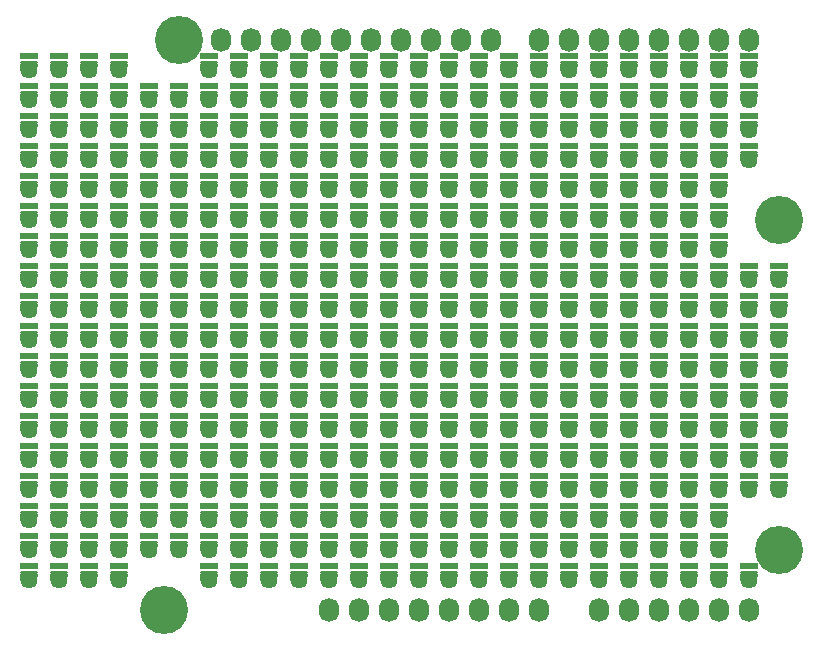
<source format=gbr>
G04 #@! TF.FileFunction,Soldermask,Bot*
%FSLAX46Y46*%
G04 Gerber Fmt 4.6, Leading zero omitted, Abs format (unit mm)*
G04 Created by KiCad (PCBNEW 4.0.2-stable) date 5/9/2017 3:09:34 PM*
%MOMM*%
G01*
G04 APERTURE LIST*
%ADD10C,0.100000*%
%ADD11C,0.177800*%
%ADD12O,1.727200X2.032000*%
%ADD13C,4.064000*%
%ADD14C,1.447800*%
%ADD15R,1.524000X0.508000*%
G04 APERTURE END LIST*
D10*
D11*
X177723800Y-113182400D02*
X177673000Y-113665000D01*
X176352200Y-113182400D02*
X177723800Y-113182400D01*
X176403000Y-113665000D02*
X176352200Y-113182400D01*
X176352200Y-113055400D02*
X177723800Y-113055400D01*
X177723800Y-110642400D02*
X177673000Y-111125000D01*
X176352200Y-110642400D02*
X177723800Y-110642400D01*
X176403000Y-111125000D02*
X176352200Y-110642400D01*
X176352200Y-110515400D02*
X177723800Y-110515400D01*
X177723800Y-108102400D02*
X177673000Y-108585000D01*
X176352200Y-108102400D02*
X177723800Y-108102400D01*
X176403000Y-108585000D02*
X176352200Y-108102400D01*
X176352200Y-107975400D02*
X177723800Y-107975400D01*
X177723800Y-105562400D02*
X177673000Y-106045000D01*
X176352200Y-105562400D02*
X177723800Y-105562400D01*
X176403000Y-106045000D02*
X176352200Y-105562400D01*
X176352200Y-105435400D02*
X177723800Y-105435400D01*
X177723800Y-103022400D02*
X177673000Y-103505000D01*
X176352200Y-103022400D02*
X177723800Y-103022400D01*
X176403000Y-103505000D02*
X176352200Y-103022400D01*
X176352200Y-102895400D02*
X177723800Y-102895400D01*
X177723800Y-100482400D02*
X177673000Y-100965000D01*
X176352200Y-100482400D02*
X177723800Y-100482400D01*
X176403000Y-100965000D02*
X176352200Y-100482400D01*
X176352200Y-100355400D02*
X177723800Y-100355400D01*
X177723800Y-97942400D02*
X177673000Y-98425000D01*
X176352200Y-97942400D02*
X177723800Y-97942400D01*
X176403000Y-98425000D02*
X176352200Y-97942400D01*
X176352200Y-97815400D02*
X177723800Y-97815400D01*
X177723800Y-95402400D02*
X177673000Y-95885000D01*
X176352200Y-95402400D02*
X177723800Y-95402400D01*
X176403000Y-95885000D02*
X176352200Y-95402400D01*
X176352200Y-95275400D02*
X177723800Y-95275400D01*
X175183800Y-120802400D02*
X175133000Y-121285000D01*
X173812200Y-120802400D02*
X175183800Y-120802400D01*
X173863000Y-121285000D02*
X173812200Y-120802400D01*
X173812200Y-120675400D02*
X175183800Y-120675400D01*
X175183800Y-113182400D02*
X175133000Y-113665000D01*
X173812200Y-113182400D02*
X175183800Y-113182400D01*
X173863000Y-113665000D02*
X173812200Y-113182400D01*
X173812200Y-113055400D02*
X175183800Y-113055400D01*
X175183800Y-110642400D02*
X175133000Y-111125000D01*
X173812200Y-110642400D02*
X175183800Y-110642400D01*
X173863000Y-111125000D02*
X173812200Y-110642400D01*
X173812200Y-110515400D02*
X175183800Y-110515400D01*
X175183800Y-108102400D02*
X175133000Y-108585000D01*
X173812200Y-108102400D02*
X175183800Y-108102400D01*
X173863000Y-108585000D02*
X173812200Y-108102400D01*
X173812200Y-107975400D02*
X175183800Y-107975400D01*
X175183800Y-105562400D02*
X175133000Y-106045000D01*
X173812200Y-105562400D02*
X175183800Y-105562400D01*
X173863000Y-106045000D02*
X173812200Y-105562400D01*
X173812200Y-105435400D02*
X175183800Y-105435400D01*
X175183800Y-103022400D02*
X175133000Y-103505000D01*
X173812200Y-103022400D02*
X175183800Y-103022400D01*
X173863000Y-103505000D02*
X173812200Y-103022400D01*
X173812200Y-102895400D02*
X175183800Y-102895400D01*
X175183800Y-100482400D02*
X175133000Y-100965000D01*
X173812200Y-100482400D02*
X175183800Y-100482400D01*
X173863000Y-100965000D02*
X173812200Y-100482400D01*
X173812200Y-100355400D02*
X175183800Y-100355400D01*
X175183800Y-97942400D02*
X175133000Y-98425000D01*
X173812200Y-97942400D02*
X175183800Y-97942400D01*
X173863000Y-98425000D02*
X173812200Y-97942400D01*
X173812200Y-97815400D02*
X175183800Y-97815400D01*
X175183800Y-95402400D02*
X175133000Y-95885000D01*
X173812200Y-95402400D02*
X175183800Y-95402400D01*
X173863000Y-95885000D02*
X173812200Y-95402400D01*
X173812200Y-95275400D02*
X175183800Y-95275400D01*
X175183800Y-85242400D02*
X175133000Y-85725000D01*
X173812200Y-85242400D02*
X175183800Y-85242400D01*
X173863000Y-85725000D02*
X173812200Y-85242400D01*
X173812200Y-85115400D02*
X175183800Y-85115400D01*
X175183800Y-82702400D02*
X175133000Y-83185000D01*
X173812200Y-82702400D02*
X175183800Y-82702400D01*
X173863000Y-83185000D02*
X173812200Y-82702400D01*
X173812200Y-82575400D02*
X175183800Y-82575400D01*
X175183800Y-80162400D02*
X175133000Y-80645000D01*
X173812200Y-80162400D02*
X175183800Y-80162400D01*
X173863000Y-80645000D02*
X173812200Y-80162400D01*
X173812200Y-80035400D02*
X175183800Y-80035400D01*
X175183800Y-77622400D02*
X175133000Y-78105000D01*
X173812200Y-77622400D02*
X175183800Y-77622400D01*
X173863000Y-78105000D02*
X173812200Y-77622400D01*
X173812200Y-77495400D02*
X175183800Y-77495400D01*
X172643800Y-120802400D02*
X172593000Y-121285000D01*
X171272200Y-120802400D02*
X172643800Y-120802400D01*
X171323000Y-121285000D02*
X171272200Y-120802400D01*
X171272200Y-120675400D02*
X172643800Y-120675400D01*
X172643800Y-118262400D02*
X172593000Y-118745000D01*
X171272200Y-118262400D02*
X172643800Y-118262400D01*
X171323000Y-118745000D02*
X171272200Y-118262400D01*
X171272200Y-118135400D02*
X172643800Y-118135400D01*
X172643800Y-115722400D02*
X172593000Y-116205000D01*
X171272200Y-115722400D02*
X172643800Y-115722400D01*
X171323000Y-116205000D02*
X171272200Y-115722400D01*
X171272200Y-115595400D02*
X172643800Y-115595400D01*
X172643800Y-113182400D02*
X172593000Y-113665000D01*
X171272200Y-113182400D02*
X172643800Y-113182400D01*
X171323000Y-113665000D02*
X171272200Y-113182400D01*
X171272200Y-113055400D02*
X172643800Y-113055400D01*
X172643800Y-110642400D02*
X172593000Y-111125000D01*
X171272200Y-110642400D02*
X172643800Y-110642400D01*
X171323000Y-111125000D02*
X171272200Y-110642400D01*
X171272200Y-110515400D02*
X172643800Y-110515400D01*
X172643800Y-108102400D02*
X172593000Y-108585000D01*
X171272200Y-108102400D02*
X172643800Y-108102400D01*
X171323000Y-108585000D02*
X171272200Y-108102400D01*
X171272200Y-107975400D02*
X172643800Y-107975400D01*
X172643800Y-105562400D02*
X172593000Y-106045000D01*
X171272200Y-105562400D02*
X172643800Y-105562400D01*
X171323000Y-106045000D02*
X171272200Y-105562400D01*
X171272200Y-105435400D02*
X172643800Y-105435400D01*
X172643800Y-103022400D02*
X172593000Y-103505000D01*
X171272200Y-103022400D02*
X172643800Y-103022400D01*
X171323000Y-103505000D02*
X171272200Y-103022400D01*
X171272200Y-102895400D02*
X172643800Y-102895400D01*
X172643800Y-100482400D02*
X172593000Y-100965000D01*
X171272200Y-100482400D02*
X172643800Y-100482400D01*
X171323000Y-100965000D02*
X171272200Y-100482400D01*
X171272200Y-100355400D02*
X172643800Y-100355400D01*
X172643800Y-97942400D02*
X172593000Y-98425000D01*
X171272200Y-97942400D02*
X172643800Y-97942400D01*
X171323000Y-98425000D02*
X171272200Y-97942400D01*
X171272200Y-97815400D02*
X172643800Y-97815400D01*
X172643800Y-95402400D02*
X172593000Y-95885000D01*
X171272200Y-95402400D02*
X172643800Y-95402400D01*
X171323000Y-95885000D02*
X171272200Y-95402400D01*
X171272200Y-95275400D02*
X172643800Y-95275400D01*
X172643800Y-92862400D02*
X172593000Y-93345000D01*
X171272200Y-92862400D02*
X172643800Y-92862400D01*
X171323000Y-93345000D02*
X171272200Y-92862400D01*
X171272200Y-92735400D02*
X172643800Y-92735400D01*
X172643800Y-90322400D02*
X172593000Y-90805000D01*
X171272200Y-90322400D02*
X172643800Y-90322400D01*
X171323000Y-90805000D02*
X171272200Y-90322400D01*
X171272200Y-90195400D02*
X172643800Y-90195400D01*
X172643800Y-87782400D02*
X172593000Y-88265000D01*
X171272200Y-87782400D02*
X172643800Y-87782400D01*
X171323000Y-88265000D02*
X171272200Y-87782400D01*
X171272200Y-87655400D02*
X172643800Y-87655400D01*
X172643800Y-85242400D02*
X172593000Y-85725000D01*
X171272200Y-85242400D02*
X172643800Y-85242400D01*
X171323000Y-85725000D02*
X171272200Y-85242400D01*
X171272200Y-85115400D02*
X172643800Y-85115400D01*
X172643800Y-82702400D02*
X172593000Y-83185000D01*
X171272200Y-82702400D02*
X172643800Y-82702400D01*
X171323000Y-83185000D02*
X171272200Y-82702400D01*
X171272200Y-82575400D02*
X172643800Y-82575400D01*
X172643800Y-80162400D02*
X172593000Y-80645000D01*
X171272200Y-80162400D02*
X172643800Y-80162400D01*
X171323000Y-80645000D02*
X171272200Y-80162400D01*
X171272200Y-80035400D02*
X172643800Y-80035400D01*
X172643800Y-77622400D02*
X172593000Y-78105000D01*
X171272200Y-77622400D02*
X172643800Y-77622400D01*
X171323000Y-78105000D02*
X171272200Y-77622400D01*
X171272200Y-77495400D02*
X172643800Y-77495400D01*
X170103800Y-120802400D02*
X170053000Y-121285000D01*
X168732200Y-120802400D02*
X170103800Y-120802400D01*
X168783000Y-121285000D02*
X168732200Y-120802400D01*
X168732200Y-120675400D02*
X170103800Y-120675400D01*
X170103800Y-118262400D02*
X170053000Y-118745000D01*
X168732200Y-118262400D02*
X170103800Y-118262400D01*
X168783000Y-118745000D02*
X168732200Y-118262400D01*
X168732200Y-118135400D02*
X170103800Y-118135400D01*
X170103800Y-115722400D02*
X170053000Y-116205000D01*
X168732200Y-115722400D02*
X170103800Y-115722400D01*
X168783000Y-116205000D02*
X168732200Y-115722400D01*
X168732200Y-115595400D02*
X170103800Y-115595400D01*
X170103800Y-113182400D02*
X170053000Y-113665000D01*
X168732200Y-113182400D02*
X170103800Y-113182400D01*
X168783000Y-113665000D02*
X168732200Y-113182400D01*
X168732200Y-113055400D02*
X170103800Y-113055400D01*
X170103800Y-110642400D02*
X170053000Y-111125000D01*
X168732200Y-110642400D02*
X170103800Y-110642400D01*
X168783000Y-111125000D02*
X168732200Y-110642400D01*
X168732200Y-110515400D02*
X170103800Y-110515400D01*
X170103800Y-108102400D02*
X170053000Y-108585000D01*
X168732200Y-108102400D02*
X170103800Y-108102400D01*
X168783000Y-108585000D02*
X168732200Y-108102400D01*
X168732200Y-107975400D02*
X170103800Y-107975400D01*
X170103800Y-105562400D02*
X170053000Y-106045000D01*
X168732200Y-105562400D02*
X170103800Y-105562400D01*
X168783000Y-106045000D02*
X168732200Y-105562400D01*
X168732200Y-105435400D02*
X170103800Y-105435400D01*
X170103800Y-103022400D02*
X170053000Y-103505000D01*
X168732200Y-103022400D02*
X170103800Y-103022400D01*
X168783000Y-103505000D02*
X168732200Y-103022400D01*
X168732200Y-102895400D02*
X170103800Y-102895400D01*
X170103800Y-100482400D02*
X170053000Y-100965000D01*
X168732200Y-100482400D02*
X170103800Y-100482400D01*
X168783000Y-100965000D02*
X168732200Y-100482400D01*
X168732200Y-100355400D02*
X170103800Y-100355400D01*
X170103800Y-97942400D02*
X170053000Y-98425000D01*
X168732200Y-97942400D02*
X170103800Y-97942400D01*
X168783000Y-98425000D02*
X168732200Y-97942400D01*
X168732200Y-97815400D02*
X170103800Y-97815400D01*
X170103800Y-95402400D02*
X170053000Y-95885000D01*
X168732200Y-95402400D02*
X170103800Y-95402400D01*
X168783000Y-95885000D02*
X168732200Y-95402400D01*
X168732200Y-95275400D02*
X170103800Y-95275400D01*
X170103800Y-92862400D02*
X170053000Y-93345000D01*
X168732200Y-92862400D02*
X170103800Y-92862400D01*
X168783000Y-93345000D02*
X168732200Y-92862400D01*
X168732200Y-92735400D02*
X170103800Y-92735400D01*
X170103800Y-90322400D02*
X170053000Y-90805000D01*
X168732200Y-90322400D02*
X170103800Y-90322400D01*
X168783000Y-90805000D02*
X168732200Y-90322400D01*
X168732200Y-90195400D02*
X170103800Y-90195400D01*
X170103800Y-87782400D02*
X170053000Y-88265000D01*
X168732200Y-87782400D02*
X170103800Y-87782400D01*
X168783000Y-88265000D02*
X168732200Y-87782400D01*
X168732200Y-87655400D02*
X170103800Y-87655400D01*
X170103800Y-85242400D02*
X170053000Y-85725000D01*
X168732200Y-85242400D02*
X170103800Y-85242400D01*
X168783000Y-85725000D02*
X168732200Y-85242400D01*
X168732200Y-85115400D02*
X170103800Y-85115400D01*
X170103800Y-82702400D02*
X170053000Y-83185000D01*
X168732200Y-82702400D02*
X170103800Y-82702400D01*
X168783000Y-83185000D02*
X168732200Y-82702400D01*
X168732200Y-82575400D02*
X170103800Y-82575400D01*
X170103800Y-80162400D02*
X170053000Y-80645000D01*
X168732200Y-80162400D02*
X170103800Y-80162400D01*
X168783000Y-80645000D02*
X168732200Y-80162400D01*
X168732200Y-80035400D02*
X170103800Y-80035400D01*
X170103800Y-77622400D02*
X170053000Y-78105000D01*
X168732200Y-77622400D02*
X170103800Y-77622400D01*
X168783000Y-78105000D02*
X168732200Y-77622400D01*
X168732200Y-77495400D02*
X170103800Y-77495400D01*
X167563800Y-120802400D02*
X167513000Y-121285000D01*
X166192200Y-120802400D02*
X167563800Y-120802400D01*
X166243000Y-121285000D02*
X166192200Y-120802400D01*
X166192200Y-120675400D02*
X167563800Y-120675400D01*
X167563800Y-118262400D02*
X167513000Y-118745000D01*
X166192200Y-118262400D02*
X167563800Y-118262400D01*
X166243000Y-118745000D02*
X166192200Y-118262400D01*
X166192200Y-118135400D02*
X167563800Y-118135400D01*
X167563800Y-115722400D02*
X167513000Y-116205000D01*
X166192200Y-115722400D02*
X167563800Y-115722400D01*
X166243000Y-116205000D02*
X166192200Y-115722400D01*
X166192200Y-115595400D02*
X167563800Y-115595400D01*
X167563800Y-113182400D02*
X167513000Y-113665000D01*
X166192200Y-113182400D02*
X167563800Y-113182400D01*
X166243000Y-113665000D02*
X166192200Y-113182400D01*
X166192200Y-113055400D02*
X167563800Y-113055400D01*
X167563800Y-110642400D02*
X167513000Y-111125000D01*
X166192200Y-110642400D02*
X167563800Y-110642400D01*
X166243000Y-111125000D02*
X166192200Y-110642400D01*
X166192200Y-110515400D02*
X167563800Y-110515400D01*
X167563800Y-108102400D02*
X167513000Y-108585000D01*
X166192200Y-108102400D02*
X167563800Y-108102400D01*
X166243000Y-108585000D02*
X166192200Y-108102400D01*
X166192200Y-107975400D02*
X167563800Y-107975400D01*
X167563800Y-105562400D02*
X167513000Y-106045000D01*
X166192200Y-105562400D02*
X167563800Y-105562400D01*
X166243000Y-106045000D02*
X166192200Y-105562400D01*
X166192200Y-105435400D02*
X167563800Y-105435400D01*
X167563800Y-103022400D02*
X167513000Y-103505000D01*
X166192200Y-103022400D02*
X167563800Y-103022400D01*
X166243000Y-103505000D02*
X166192200Y-103022400D01*
X166192200Y-102895400D02*
X167563800Y-102895400D01*
X167563800Y-100482400D02*
X167513000Y-100965000D01*
X166192200Y-100482400D02*
X167563800Y-100482400D01*
X166243000Y-100965000D02*
X166192200Y-100482400D01*
X166192200Y-100355400D02*
X167563800Y-100355400D01*
X167563800Y-97942400D02*
X167513000Y-98425000D01*
X166192200Y-97942400D02*
X167563800Y-97942400D01*
X166243000Y-98425000D02*
X166192200Y-97942400D01*
X166192200Y-97815400D02*
X167563800Y-97815400D01*
X167563800Y-95402400D02*
X167513000Y-95885000D01*
X166192200Y-95402400D02*
X167563800Y-95402400D01*
X166243000Y-95885000D02*
X166192200Y-95402400D01*
X166192200Y-95275400D02*
X167563800Y-95275400D01*
X167563800Y-92862400D02*
X167513000Y-93345000D01*
X166192200Y-92862400D02*
X167563800Y-92862400D01*
X166243000Y-93345000D02*
X166192200Y-92862400D01*
X166192200Y-92735400D02*
X167563800Y-92735400D01*
X167563800Y-90322400D02*
X167513000Y-90805000D01*
X166192200Y-90322400D02*
X167563800Y-90322400D01*
X166243000Y-90805000D02*
X166192200Y-90322400D01*
X166192200Y-90195400D02*
X167563800Y-90195400D01*
X167563800Y-87782400D02*
X167513000Y-88265000D01*
X166192200Y-87782400D02*
X167563800Y-87782400D01*
X166243000Y-88265000D02*
X166192200Y-87782400D01*
X166192200Y-87655400D02*
X167563800Y-87655400D01*
X167563800Y-85242400D02*
X167513000Y-85725000D01*
X166192200Y-85242400D02*
X167563800Y-85242400D01*
X166243000Y-85725000D02*
X166192200Y-85242400D01*
X166192200Y-85115400D02*
X167563800Y-85115400D01*
X167563800Y-82702400D02*
X167513000Y-83185000D01*
X166192200Y-82702400D02*
X167563800Y-82702400D01*
X166243000Y-83185000D02*
X166192200Y-82702400D01*
X166192200Y-82575400D02*
X167563800Y-82575400D01*
X167563800Y-80162400D02*
X167513000Y-80645000D01*
X166192200Y-80162400D02*
X167563800Y-80162400D01*
X166243000Y-80645000D02*
X166192200Y-80162400D01*
X166192200Y-80035400D02*
X167563800Y-80035400D01*
X167563800Y-77622400D02*
X167513000Y-78105000D01*
X166192200Y-77622400D02*
X167563800Y-77622400D01*
X166243000Y-78105000D02*
X166192200Y-77622400D01*
X166192200Y-77495400D02*
X167563800Y-77495400D01*
X165023800Y-120802400D02*
X164973000Y-121285000D01*
X163652200Y-120802400D02*
X165023800Y-120802400D01*
X163703000Y-121285000D02*
X163652200Y-120802400D01*
X163652200Y-120675400D02*
X165023800Y-120675400D01*
X165023800Y-118262400D02*
X164973000Y-118745000D01*
X163652200Y-118262400D02*
X165023800Y-118262400D01*
X163703000Y-118745000D02*
X163652200Y-118262400D01*
X163652200Y-118135400D02*
X165023800Y-118135400D01*
X165023800Y-115722400D02*
X164973000Y-116205000D01*
X163652200Y-115722400D02*
X165023800Y-115722400D01*
X163703000Y-116205000D02*
X163652200Y-115722400D01*
X163652200Y-115595400D02*
X165023800Y-115595400D01*
X165023800Y-113182400D02*
X164973000Y-113665000D01*
X163652200Y-113182400D02*
X165023800Y-113182400D01*
X163703000Y-113665000D02*
X163652200Y-113182400D01*
X163652200Y-113055400D02*
X165023800Y-113055400D01*
X165023800Y-110642400D02*
X164973000Y-111125000D01*
X163652200Y-110642400D02*
X165023800Y-110642400D01*
X163703000Y-111125000D02*
X163652200Y-110642400D01*
X163652200Y-110515400D02*
X165023800Y-110515400D01*
X165023800Y-108102400D02*
X164973000Y-108585000D01*
X163652200Y-108102400D02*
X165023800Y-108102400D01*
X163703000Y-108585000D02*
X163652200Y-108102400D01*
X163652200Y-107975400D02*
X165023800Y-107975400D01*
X165023800Y-105562400D02*
X164973000Y-106045000D01*
X163652200Y-105562400D02*
X165023800Y-105562400D01*
X163703000Y-106045000D02*
X163652200Y-105562400D01*
X163652200Y-105435400D02*
X165023800Y-105435400D01*
X165023800Y-103022400D02*
X164973000Y-103505000D01*
X163652200Y-103022400D02*
X165023800Y-103022400D01*
X163703000Y-103505000D02*
X163652200Y-103022400D01*
X163652200Y-102895400D02*
X165023800Y-102895400D01*
X165023800Y-100482400D02*
X164973000Y-100965000D01*
X163652200Y-100482400D02*
X165023800Y-100482400D01*
X163703000Y-100965000D02*
X163652200Y-100482400D01*
X163652200Y-100355400D02*
X165023800Y-100355400D01*
X165023800Y-97942400D02*
X164973000Y-98425000D01*
X163652200Y-97942400D02*
X165023800Y-97942400D01*
X163703000Y-98425000D02*
X163652200Y-97942400D01*
X163652200Y-97815400D02*
X165023800Y-97815400D01*
X165023800Y-95402400D02*
X164973000Y-95885000D01*
X163652200Y-95402400D02*
X165023800Y-95402400D01*
X163703000Y-95885000D02*
X163652200Y-95402400D01*
X163652200Y-95275400D02*
X165023800Y-95275400D01*
X165023800Y-92862400D02*
X164973000Y-93345000D01*
X163652200Y-92862400D02*
X165023800Y-92862400D01*
X163703000Y-93345000D02*
X163652200Y-92862400D01*
X163652200Y-92735400D02*
X165023800Y-92735400D01*
X165023800Y-90322400D02*
X164973000Y-90805000D01*
X163652200Y-90322400D02*
X165023800Y-90322400D01*
X163703000Y-90805000D02*
X163652200Y-90322400D01*
X163652200Y-90195400D02*
X165023800Y-90195400D01*
X165023800Y-87782400D02*
X164973000Y-88265000D01*
X163652200Y-87782400D02*
X165023800Y-87782400D01*
X163703000Y-88265000D02*
X163652200Y-87782400D01*
X163652200Y-87655400D02*
X165023800Y-87655400D01*
X165023800Y-85242400D02*
X164973000Y-85725000D01*
X163652200Y-85242400D02*
X165023800Y-85242400D01*
X163703000Y-85725000D02*
X163652200Y-85242400D01*
X163652200Y-85115400D02*
X165023800Y-85115400D01*
X165023800Y-82702400D02*
X164973000Y-83185000D01*
X163652200Y-82702400D02*
X165023800Y-82702400D01*
X163703000Y-83185000D02*
X163652200Y-82702400D01*
X163652200Y-82575400D02*
X165023800Y-82575400D01*
X165023800Y-80162400D02*
X164973000Y-80645000D01*
X163652200Y-80162400D02*
X165023800Y-80162400D01*
X163703000Y-80645000D02*
X163652200Y-80162400D01*
X163652200Y-80035400D02*
X165023800Y-80035400D01*
X165023800Y-77622400D02*
X164973000Y-78105000D01*
X163652200Y-77622400D02*
X165023800Y-77622400D01*
X163703000Y-78105000D02*
X163652200Y-77622400D01*
X163652200Y-77495400D02*
X165023800Y-77495400D01*
X162483800Y-120802400D02*
X162433000Y-121285000D01*
X161112200Y-120802400D02*
X162483800Y-120802400D01*
X161163000Y-121285000D02*
X161112200Y-120802400D01*
X161112200Y-120675400D02*
X162483800Y-120675400D01*
X162483800Y-118262400D02*
X162433000Y-118745000D01*
X161112200Y-118262400D02*
X162483800Y-118262400D01*
X161163000Y-118745000D02*
X161112200Y-118262400D01*
X161112200Y-118135400D02*
X162483800Y-118135400D01*
X162483800Y-115722400D02*
X162433000Y-116205000D01*
X161112200Y-115722400D02*
X162483800Y-115722400D01*
X161163000Y-116205000D02*
X161112200Y-115722400D01*
X161112200Y-115595400D02*
X162483800Y-115595400D01*
X162483800Y-113182400D02*
X162433000Y-113665000D01*
X161112200Y-113182400D02*
X162483800Y-113182400D01*
X161163000Y-113665000D02*
X161112200Y-113182400D01*
X161112200Y-113055400D02*
X162483800Y-113055400D01*
X162483800Y-110642400D02*
X162433000Y-111125000D01*
X161112200Y-110642400D02*
X162483800Y-110642400D01*
X161163000Y-111125000D02*
X161112200Y-110642400D01*
X161112200Y-110515400D02*
X162483800Y-110515400D01*
X162483800Y-108102400D02*
X162433000Y-108585000D01*
X161112200Y-108102400D02*
X162483800Y-108102400D01*
X161163000Y-108585000D02*
X161112200Y-108102400D01*
X161112200Y-107975400D02*
X162483800Y-107975400D01*
X162483800Y-105562400D02*
X162433000Y-106045000D01*
X161112200Y-105562400D02*
X162483800Y-105562400D01*
X161163000Y-106045000D02*
X161112200Y-105562400D01*
X161112200Y-105435400D02*
X162483800Y-105435400D01*
X162483800Y-103022400D02*
X162433000Y-103505000D01*
X161112200Y-103022400D02*
X162483800Y-103022400D01*
X161163000Y-103505000D02*
X161112200Y-103022400D01*
X161112200Y-102895400D02*
X162483800Y-102895400D01*
X162483800Y-100482400D02*
X162433000Y-100965000D01*
X161112200Y-100482400D02*
X162483800Y-100482400D01*
X161163000Y-100965000D02*
X161112200Y-100482400D01*
X161112200Y-100355400D02*
X162483800Y-100355400D01*
X162483800Y-97942400D02*
X162433000Y-98425000D01*
X161112200Y-97942400D02*
X162483800Y-97942400D01*
X161163000Y-98425000D02*
X161112200Y-97942400D01*
X161112200Y-97815400D02*
X162483800Y-97815400D01*
X162483800Y-95402400D02*
X162433000Y-95885000D01*
X161112200Y-95402400D02*
X162483800Y-95402400D01*
X161163000Y-95885000D02*
X161112200Y-95402400D01*
X161112200Y-95275400D02*
X162483800Y-95275400D01*
X162483800Y-92862400D02*
X162433000Y-93345000D01*
X161112200Y-92862400D02*
X162483800Y-92862400D01*
X161163000Y-93345000D02*
X161112200Y-92862400D01*
X161112200Y-92735400D02*
X162483800Y-92735400D01*
X162483800Y-90322400D02*
X162433000Y-90805000D01*
X161112200Y-90322400D02*
X162483800Y-90322400D01*
X161163000Y-90805000D02*
X161112200Y-90322400D01*
X161112200Y-90195400D02*
X162483800Y-90195400D01*
X162483800Y-87782400D02*
X162433000Y-88265000D01*
X161112200Y-87782400D02*
X162483800Y-87782400D01*
X161163000Y-88265000D02*
X161112200Y-87782400D01*
X161112200Y-87655400D02*
X162483800Y-87655400D01*
X162483800Y-85242400D02*
X162433000Y-85725000D01*
X161112200Y-85242400D02*
X162483800Y-85242400D01*
X161163000Y-85725000D02*
X161112200Y-85242400D01*
X161112200Y-85115400D02*
X162483800Y-85115400D01*
X162483800Y-82702400D02*
X162433000Y-83185000D01*
X161112200Y-82702400D02*
X162483800Y-82702400D01*
X161163000Y-83185000D02*
X161112200Y-82702400D01*
X161112200Y-82575400D02*
X162483800Y-82575400D01*
X162483800Y-80162400D02*
X162433000Y-80645000D01*
X161112200Y-80162400D02*
X162483800Y-80162400D01*
X161163000Y-80645000D02*
X161112200Y-80162400D01*
X161112200Y-80035400D02*
X162483800Y-80035400D01*
X162483800Y-77622400D02*
X162433000Y-78105000D01*
X161112200Y-77622400D02*
X162483800Y-77622400D01*
X161163000Y-78105000D02*
X161112200Y-77622400D01*
X161112200Y-77495400D02*
X162483800Y-77495400D01*
X159943800Y-120802400D02*
X159893000Y-121285000D01*
X158572200Y-120802400D02*
X159943800Y-120802400D01*
X158623000Y-121285000D02*
X158572200Y-120802400D01*
X158572200Y-120675400D02*
X159943800Y-120675400D01*
X159943800Y-118262400D02*
X159893000Y-118745000D01*
X158572200Y-118262400D02*
X159943800Y-118262400D01*
X158623000Y-118745000D02*
X158572200Y-118262400D01*
X158572200Y-118135400D02*
X159943800Y-118135400D01*
X159943800Y-115722400D02*
X159893000Y-116205000D01*
X158572200Y-115722400D02*
X159943800Y-115722400D01*
X158623000Y-116205000D02*
X158572200Y-115722400D01*
X158572200Y-115595400D02*
X159943800Y-115595400D01*
X159943800Y-113182400D02*
X159893000Y-113665000D01*
X158572200Y-113182400D02*
X159943800Y-113182400D01*
X158623000Y-113665000D02*
X158572200Y-113182400D01*
X158572200Y-113055400D02*
X159943800Y-113055400D01*
X159943800Y-110642400D02*
X159893000Y-111125000D01*
X158572200Y-110642400D02*
X159943800Y-110642400D01*
X158623000Y-111125000D02*
X158572200Y-110642400D01*
X158572200Y-110515400D02*
X159943800Y-110515400D01*
X159943800Y-108102400D02*
X159893000Y-108585000D01*
X158572200Y-108102400D02*
X159943800Y-108102400D01*
X158623000Y-108585000D02*
X158572200Y-108102400D01*
X158572200Y-107975400D02*
X159943800Y-107975400D01*
X159943800Y-105562400D02*
X159893000Y-106045000D01*
X158572200Y-105562400D02*
X159943800Y-105562400D01*
X158623000Y-106045000D02*
X158572200Y-105562400D01*
X158572200Y-105435400D02*
X159943800Y-105435400D01*
X159943800Y-103022400D02*
X159893000Y-103505000D01*
X158572200Y-103022400D02*
X159943800Y-103022400D01*
X158623000Y-103505000D02*
X158572200Y-103022400D01*
X158572200Y-102895400D02*
X159943800Y-102895400D01*
X159943800Y-100482400D02*
X159893000Y-100965000D01*
X158572200Y-100482400D02*
X159943800Y-100482400D01*
X158623000Y-100965000D02*
X158572200Y-100482400D01*
X158572200Y-100355400D02*
X159943800Y-100355400D01*
X159943800Y-97942400D02*
X159893000Y-98425000D01*
X158572200Y-97942400D02*
X159943800Y-97942400D01*
X158623000Y-98425000D02*
X158572200Y-97942400D01*
X158572200Y-97815400D02*
X159943800Y-97815400D01*
X159943800Y-95402400D02*
X159893000Y-95885000D01*
X158572200Y-95402400D02*
X159943800Y-95402400D01*
X158623000Y-95885000D02*
X158572200Y-95402400D01*
X158572200Y-95275400D02*
X159943800Y-95275400D01*
X159943800Y-92862400D02*
X159893000Y-93345000D01*
X158572200Y-92862400D02*
X159943800Y-92862400D01*
X158623000Y-93345000D02*
X158572200Y-92862400D01*
X158572200Y-92735400D02*
X159943800Y-92735400D01*
X159943800Y-90322400D02*
X159893000Y-90805000D01*
X158572200Y-90322400D02*
X159943800Y-90322400D01*
X158623000Y-90805000D02*
X158572200Y-90322400D01*
X158572200Y-90195400D02*
X159943800Y-90195400D01*
X159943800Y-87782400D02*
X159893000Y-88265000D01*
X158572200Y-87782400D02*
X159943800Y-87782400D01*
X158623000Y-88265000D02*
X158572200Y-87782400D01*
X158572200Y-87655400D02*
X159943800Y-87655400D01*
X159943800Y-85242400D02*
X159893000Y-85725000D01*
X158572200Y-85242400D02*
X159943800Y-85242400D01*
X158623000Y-85725000D02*
X158572200Y-85242400D01*
X158572200Y-85115400D02*
X159943800Y-85115400D01*
X159943800Y-82702400D02*
X159893000Y-83185000D01*
X158572200Y-82702400D02*
X159943800Y-82702400D01*
X158623000Y-83185000D02*
X158572200Y-82702400D01*
X158572200Y-82575400D02*
X159943800Y-82575400D01*
X159943800Y-80162400D02*
X159893000Y-80645000D01*
X158572200Y-80162400D02*
X159943800Y-80162400D01*
X158623000Y-80645000D02*
X158572200Y-80162400D01*
X158572200Y-80035400D02*
X159943800Y-80035400D01*
X159943800Y-77622400D02*
X159893000Y-78105000D01*
X158572200Y-77622400D02*
X159943800Y-77622400D01*
X158623000Y-78105000D02*
X158572200Y-77622400D01*
X158572200Y-77495400D02*
X159943800Y-77495400D01*
X157403800Y-120802400D02*
X157353000Y-121285000D01*
X156032200Y-120802400D02*
X157403800Y-120802400D01*
X156083000Y-121285000D02*
X156032200Y-120802400D01*
X156032200Y-120675400D02*
X157403800Y-120675400D01*
X157403800Y-118262400D02*
X157353000Y-118745000D01*
X156032200Y-118262400D02*
X157403800Y-118262400D01*
X156083000Y-118745000D02*
X156032200Y-118262400D01*
X156032200Y-118135400D02*
X157403800Y-118135400D01*
X157403800Y-115722400D02*
X157353000Y-116205000D01*
X156032200Y-115722400D02*
X157403800Y-115722400D01*
X156083000Y-116205000D02*
X156032200Y-115722400D01*
X156032200Y-115595400D02*
X157403800Y-115595400D01*
X157403800Y-113182400D02*
X157353000Y-113665000D01*
X156032200Y-113182400D02*
X157403800Y-113182400D01*
X156083000Y-113665000D02*
X156032200Y-113182400D01*
X156032200Y-113055400D02*
X157403800Y-113055400D01*
X157403800Y-110642400D02*
X157353000Y-111125000D01*
X156032200Y-110642400D02*
X157403800Y-110642400D01*
X156083000Y-111125000D02*
X156032200Y-110642400D01*
X156032200Y-110515400D02*
X157403800Y-110515400D01*
X157403800Y-108102400D02*
X157353000Y-108585000D01*
X156032200Y-108102400D02*
X157403800Y-108102400D01*
X156083000Y-108585000D02*
X156032200Y-108102400D01*
X156032200Y-107975400D02*
X157403800Y-107975400D01*
X157403800Y-105562400D02*
X157353000Y-106045000D01*
X156032200Y-105562400D02*
X157403800Y-105562400D01*
X156083000Y-106045000D02*
X156032200Y-105562400D01*
X156032200Y-105435400D02*
X157403800Y-105435400D01*
X157403800Y-103022400D02*
X157353000Y-103505000D01*
X156032200Y-103022400D02*
X157403800Y-103022400D01*
X156083000Y-103505000D02*
X156032200Y-103022400D01*
X156032200Y-102895400D02*
X157403800Y-102895400D01*
X157403800Y-100482400D02*
X157353000Y-100965000D01*
X156032200Y-100482400D02*
X157403800Y-100482400D01*
X156083000Y-100965000D02*
X156032200Y-100482400D01*
X156032200Y-100355400D02*
X157403800Y-100355400D01*
X157403800Y-97942400D02*
X157353000Y-98425000D01*
X156032200Y-97942400D02*
X157403800Y-97942400D01*
X156083000Y-98425000D02*
X156032200Y-97942400D01*
X156032200Y-97815400D02*
X157403800Y-97815400D01*
X157403800Y-95402400D02*
X157353000Y-95885000D01*
X156032200Y-95402400D02*
X157403800Y-95402400D01*
X156083000Y-95885000D02*
X156032200Y-95402400D01*
X156032200Y-95275400D02*
X157403800Y-95275400D01*
X157403800Y-92862400D02*
X157353000Y-93345000D01*
X156032200Y-92862400D02*
X157403800Y-92862400D01*
X156083000Y-93345000D02*
X156032200Y-92862400D01*
X156032200Y-92735400D02*
X157403800Y-92735400D01*
X157403800Y-90322400D02*
X157353000Y-90805000D01*
X156032200Y-90322400D02*
X157403800Y-90322400D01*
X156083000Y-90805000D02*
X156032200Y-90322400D01*
X156032200Y-90195400D02*
X157403800Y-90195400D01*
X157403800Y-87782400D02*
X157353000Y-88265000D01*
X156032200Y-87782400D02*
X157403800Y-87782400D01*
X156083000Y-88265000D02*
X156032200Y-87782400D01*
X156032200Y-87655400D02*
X157403800Y-87655400D01*
X157403800Y-85242400D02*
X157353000Y-85725000D01*
X156032200Y-85242400D02*
X157403800Y-85242400D01*
X156083000Y-85725000D02*
X156032200Y-85242400D01*
X156032200Y-85115400D02*
X157403800Y-85115400D01*
X157403800Y-82702400D02*
X157353000Y-83185000D01*
X156032200Y-82702400D02*
X157403800Y-82702400D01*
X156083000Y-83185000D02*
X156032200Y-82702400D01*
X156032200Y-82575400D02*
X157403800Y-82575400D01*
X157403800Y-80162400D02*
X157353000Y-80645000D01*
X156032200Y-80162400D02*
X157403800Y-80162400D01*
X156083000Y-80645000D02*
X156032200Y-80162400D01*
X156032200Y-80035400D02*
X157403800Y-80035400D01*
X157403800Y-77622400D02*
X157353000Y-78105000D01*
X156032200Y-77622400D02*
X157403800Y-77622400D01*
X156083000Y-78105000D02*
X156032200Y-77622400D01*
X156032200Y-77495400D02*
X157403800Y-77495400D01*
X154863800Y-120802400D02*
X154813000Y-121285000D01*
X153492200Y-120802400D02*
X154863800Y-120802400D01*
X153543000Y-121285000D02*
X153492200Y-120802400D01*
X153492200Y-120675400D02*
X154863800Y-120675400D01*
X154863800Y-118262400D02*
X154813000Y-118745000D01*
X153492200Y-118262400D02*
X154863800Y-118262400D01*
X153543000Y-118745000D02*
X153492200Y-118262400D01*
X153492200Y-118135400D02*
X154863800Y-118135400D01*
X154863800Y-115722400D02*
X154813000Y-116205000D01*
X153492200Y-115722400D02*
X154863800Y-115722400D01*
X153543000Y-116205000D02*
X153492200Y-115722400D01*
X153492200Y-115595400D02*
X154863800Y-115595400D01*
X154863800Y-113182400D02*
X154813000Y-113665000D01*
X153492200Y-113182400D02*
X154863800Y-113182400D01*
X153543000Y-113665000D02*
X153492200Y-113182400D01*
X153492200Y-113055400D02*
X154863800Y-113055400D01*
X154863800Y-110642400D02*
X154813000Y-111125000D01*
X153492200Y-110642400D02*
X154863800Y-110642400D01*
X153543000Y-111125000D02*
X153492200Y-110642400D01*
X153492200Y-110515400D02*
X154863800Y-110515400D01*
X154863800Y-108102400D02*
X154813000Y-108585000D01*
X153492200Y-108102400D02*
X154863800Y-108102400D01*
X153543000Y-108585000D02*
X153492200Y-108102400D01*
X153492200Y-107975400D02*
X154863800Y-107975400D01*
X154863800Y-105562400D02*
X154813000Y-106045000D01*
X153492200Y-105562400D02*
X154863800Y-105562400D01*
X153543000Y-106045000D02*
X153492200Y-105562400D01*
X153492200Y-105435400D02*
X154863800Y-105435400D01*
X154863800Y-103022400D02*
X154813000Y-103505000D01*
X153492200Y-103022400D02*
X154863800Y-103022400D01*
X153543000Y-103505000D02*
X153492200Y-103022400D01*
X153492200Y-102895400D02*
X154863800Y-102895400D01*
X154863800Y-100482400D02*
X154813000Y-100965000D01*
X153492200Y-100482400D02*
X154863800Y-100482400D01*
X153543000Y-100965000D02*
X153492200Y-100482400D01*
X153492200Y-100355400D02*
X154863800Y-100355400D01*
X154863800Y-97942400D02*
X154813000Y-98425000D01*
X153492200Y-97942400D02*
X154863800Y-97942400D01*
X153543000Y-98425000D02*
X153492200Y-97942400D01*
X153492200Y-97815400D02*
X154863800Y-97815400D01*
X154863800Y-95402400D02*
X154813000Y-95885000D01*
X153492200Y-95402400D02*
X154863800Y-95402400D01*
X153543000Y-95885000D02*
X153492200Y-95402400D01*
X153492200Y-95275400D02*
X154863800Y-95275400D01*
X154863800Y-92862400D02*
X154813000Y-93345000D01*
X153492200Y-92862400D02*
X154863800Y-92862400D01*
X153543000Y-93345000D02*
X153492200Y-92862400D01*
X153492200Y-92735400D02*
X154863800Y-92735400D01*
X154863800Y-90322400D02*
X154813000Y-90805000D01*
X153492200Y-90322400D02*
X154863800Y-90322400D01*
X153543000Y-90805000D02*
X153492200Y-90322400D01*
X153492200Y-90195400D02*
X154863800Y-90195400D01*
X154863800Y-87782400D02*
X154813000Y-88265000D01*
X153492200Y-87782400D02*
X154863800Y-87782400D01*
X153543000Y-88265000D02*
X153492200Y-87782400D01*
X153492200Y-87655400D02*
X154863800Y-87655400D01*
X154863800Y-85242400D02*
X154813000Y-85725000D01*
X153492200Y-85242400D02*
X154863800Y-85242400D01*
X153543000Y-85725000D02*
X153492200Y-85242400D01*
X153492200Y-85115400D02*
X154863800Y-85115400D01*
X154863800Y-82702400D02*
X154813000Y-83185000D01*
X153492200Y-82702400D02*
X154863800Y-82702400D01*
X153543000Y-83185000D02*
X153492200Y-82702400D01*
X153492200Y-82575400D02*
X154863800Y-82575400D01*
X154863800Y-80162400D02*
X154813000Y-80645000D01*
X153492200Y-80162400D02*
X154863800Y-80162400D01*
X153543000Y-80645000D02*
X153492200Y-80162400D01*
X153492200Y-80035400D02*
X154863800Y-80035400D01*
X154863800Y-77622400D02*
X154813000Y-78105000D01*
X153492200Y-77622400D02*
X154863800Y-77622400D01*
X153543000Y-78105000D02*
X153492200Y-77622400D01*
X153492200Y-77495400D02*
X154863800Y-77495400D01*
X152323800Y-120802400D02*
X152273000Y-121285000D01*
X150952200Y-120802400D02*
X152323800Y-120802400D01*
X151003000Y-121285000D02*
X150952200Y-120802400D01*
X150952200Y-120675400D02*
X152323800Y-120675400D01*
X152323800Y-118262400D02*
X152273000Y-118745000D01*
X150952200Y-118262400D02*
X152323800Y-118262400D01*
X151003000Y-118745000D02*
X150952200Y-118262400D01*
X150952200Y-118135400D02*
X152323800Y-118135400D01*
X152323800Y-115722400D02*
X152273000Y-116205000D01*
X150952200Y-115722400D02*
X152323800Y-115722400D01*
X151003000Y-116205000D02*
X150952200Y-115722400D01*
X150952200Y-115595400D02*
X152323800Y-115595400D01*
X152323800Y-113182400D02*
X152273000Y-113665000D01*
X150952200Y-113182400D02*
X152323800Y-113182400D01*
X151003000Y-113665000D02*
X150952200Y-113182400D01*
X150952200Y-113055400D02*
X152323800Y-113055400D01*
X152323800Y-110642400D02*
X152273000Y-111125000D01*
X150952200Y-110642400D02*
X152323800Y-110642400D01*
X151003000Y-111125000D02*
X150952200Y-110642400D01*
X150952200Y-110515400D02*
X152323800Y-110515400D01*
X152323800Y-108102400D02*
X152273000Y-108585000D01*
X150952200Y-108102400D02*
X152323800Y-108102400D01*
X151003000Y-108585000D02*
X150952200Y-108102400D01*
X150952200Y-107975400D02*
X152323800Y-107975400D01*
X152323800Y-105562400D02*
X152273000Y-106045000D01*
X150952200Y-105562400D02*
X152323800Y-105562400D01*
X151003000Y-106045000D02*
X150952200Y-105562400D01*
X150952200Y-105435400D02*
X152323800Y-105435400D01*
X152323800Y-103022400D02*
X152273000Y-103505000D01*
X150952200Y-103022400D02*
X152323800Y-103022400D01*
X151003000Y-103505000D02*
X150952200Y-103022400D01*
X150952200Y-102895400D02*
X152323800Y-102895400D01*
X152323800Y-100482400D02*
X152273000Y-100965000D01*
X150952200Y-100482400D02*
X152323800Y-100482400D01*
X151003000Y-100965000D02*
X150952200Y-100482400D01*
X150952200Y-100355400D02*
X152323800Y-100355400D01*
X152323800Y-97942400D02*
X152273000Y-98425000D01*
X150952200Y-97942400D02*
X152323800Y-97942400D01*
X151003000Y-98425000D02*
X150952200Y-97942400D01*
X150952200Y-97815400D02*
X152323800Y-97815400D01*
X152323800Y-95402400D02*
X152273000Y-95885000D01*
X150952200Y-95402400D02*
X152323800Y-95402400D01*
X151003000Y-95885000D02*
X150952200Y-95402400D01*
X150952200Y-95275400D02*
X152323800Y-95275400D01*
X152323800Y-92862400D02*
X152273000Y-93345000D01*
X150952200Y-92862400D02*
X152323800Y-92862400D01*
X151003000Y-93345000D02*
X150952200Y-92862400D01*
X150952200Y-92735400D02*
X152323800Y-92735400D01*
X152323800Y-90322400D02*
X152273000Y-90805000D01*
X150952200Y-90322400D02*
X152323800Y-90322400D01*
X151003000Y-90805000D02*
X150952200Y-90322400D01*
X150952200Y-90195400D02*
X152323800Y-90195400D01*
X152323800Y-87782400D02*
X152273000Y-88265000D01*
X150952200Y-87782400D02*
X152323800Y-87782400D01*
X151003000Y-88265000D02*
X150952200Y-87782400D01*
X150952200Y-87655400D02*
X152323800Y-87655400D01*
X152323800Y-85242400D02*
X152273000Y-85725000D01*
X150952200Y-85242400D02*
X152323800Y-85242400D01*
X151003000Y-85725000D02*
X150952200Y-85242400D01*
X150952200Y-85115400D02*
X152323800Y-85115400D01*
X152323800Y-82702400D02*
X152273000Y-83185000D01*
X150952200Y-82702400D02*
X152323800Y-82702400D01*
X151003000Y-83185000D02*
X150952200Y-82702400D01*
X150952200Y-82575400D02*
X152323800Y-82575400D01*
X152323800Y-80162400D02*
X152273000Y-80645000D01*
X150952200Y-80162400D02*
X152323800Y-80162400D01*
X151003000Y-80645000D02*
X150952200Y-80162400D01*
X150952200Y-80035400D02*
X152323800Y-80035400D01*
X152323800Y-77622400D02*
X152273000Y-78105000D01*
X150952200Y-77622400D02*
X152323800Y-77622400D01*
X151003000Y-78105000D02*
X150952200Y-77622400D01*
X150952200Y-77495400D02*
X152323800Y-77495400D01*
X149783800Y-120802400D02*
X149733000Y-121285000D01*
X148412200Y-120802400D02*
X149783800Y-120802400D01*
X148463000Y-121285000D02*
X148412200Y-120802400D01*
X148412200Y-120675400D02*
X149783800Y-120675400D01*
X149783800Y-118262400D02*
X149733000Y-118745000D01*
X148412200Y-118262400D02*
X149783800Y-118262400D01*
X148463000Y-118745000D02*
X148412200Y-118262400D01*
X148412200Y-118135400D02*
X149783800Y-118135400D01*
X149783800Y-115722400D02*
X149733000Y-116205000D01*
X148412200Y-115722400D02*
X149783800Y-115722400D01*
X148463000Y-116205000D02*
X148412200Y-115722400D01*
X148412200Y-115595400D02*
X149783800Y-115595400D01*
X149783800Y-113182400D02*
X149733000Y-113665000D01*
X148412200Y-113182400D02*
X149783800Y-113182400D01*
X148463000Y-113665000D02*
X148412200Y-113182400D01*
X148412200Y-113055400D02*
X149783800Y-113055400D01*
X149783800Y-110642400D02*
X149733000Y-111125000D01*
X148412200Y-110642400D02*
X149783800Y-110642400D01*
X148463000Y-111125000D02*
X148412200Y-110642400D01*
X148412200Y-110515400D02*
X149783800Y-110515400D01*
X149783800Y-108102400D02*
X149733000Y-108585000D01*
X148412200Y-108102400D02*
X149783800Y-108102400D01*
X148463000Y-108585000D02*
X148412200Y-108102400D01*
X148412200Y-107975400D02*
X149783800Y-107975400D01*
X149783800Y-105562400D02*
X149733000Y-106045000D01*
X148412200Y-105562400D02*
X149783800Y-105562400D01*
X148463000Y-106045000D02*
X148412200Y-105562400D01*
X148412200Y-105435400D02*
X149783800Y-105435400D01*
X149783800Y-103022400D02*
X149733000Y-103505000D01*
X148412200Y-103022400D02*
X149783800Y-103022400D01*
X148463000Y-103505000D02*
X148412200Y-103022400D01*
X148412200Y-102895400D02*
X149783800Y-102895400D01*
X149783800Y-100482400D02*
X149733000Y-100965000D01*
X148412200Y-100482400D02*
X149783800Y-100482400D01*
X148463000Y-100965000D02*
X148412200Y-100482400D01*
X148412200Y-100355400D02*
X149783800Y-100355400D01*
X149783800Y-97942400D02*
X149733000Y-98425000D01*
X148412200Y-97942400D02*
X149783800Y-97942400D01*
X148463000Y-98425000D02*
X148412200Y-97942400D01*
X148412200Y-97815400D02*
X149783800Y-97815400D01*
X149783800Y-95402400D02*
X149733000Y-95885000D01*
X148412200Y-95402400D02*
X149783800Y-95402400D01*
X148463000Y-95885000D02*
X148412200Y-95402400D01*
X148412200Y-95275400D02*
X149783800Y-95275400D01*
X149783800Y-92862400D02*
X149733000Y-93345000D01*
X148412200Y-92862400D02*
X149783800Y-92862400D01*
X148463000Y-93345000D02*
X148412200Y-92862400D01*
X148412200Y-92735400D02*
X149783800Y-92735400D01*
X149783800Y-90322400D02*
X149733000Y-90805000D01*
X148412200Y-90322400D02*
X149783800Y-90322400D01*
X148463000Y-90805000D02*
X148412200Y-90322400D01*
X148412200Y-90195400D02*
X149783800Y-90195400D01*
X149783800Y-87782400D02*
X149733000Y-88265000D01*
X148412200Y-87782400D02*
X149783800Y-87782400D01*
X148463000Y-88265000D02*
X148412200Y-87782400D01*
X148412200Y-87655400D02*
X149783800Y-87655400D01*
X149783800Y-85242400D02*
X149733000Y-85725000D01*
X148412200Y-85242400D02*
X149783800Y-85242400D01*
X148463000Y-85725000D02*
X148412200Y-85242400D01*
X148412200Y-85115400D02*
X149783800Y-85115400D01*
X149783800Y-82702400D02*
X149733000Y-83185000D01*
X148412200Y-82702400D02*
X149783800Y-82702400D01*
X148463000Y-83185000D02*
X148412200Y-82702400D01*
X148412200Y-82575400D02*
X149783800Y-82575400D01*
X149783800Y-80162400D02*
X149733000Y-80645000D01*
X148412200Y-80162400D02*
X149783800Y-80162400D01*
X148463000Y-80645000D02*
X148412200Y-80162400D01*
X148412200Y-80035400D02*
X149783800Y-80035400D01*
X149783800Y-77622400D02*
X149733000Y-78105000D01*
X148412200Y-77622400D02*
X149783800Y-77622400D01*
X148463000Y-78105000D02*
X148412200Y-77622400D01*
X148412200Y-77495400D02*
X149783800Y-77495400D01*
X147243800Y-120802400D02*
X147193000Y-121285000D01*
X145872200Y-120802400D02*
X147243800Y-120802400D01*
X145923000Y-121285000D02*
X145872200Y-120802400D01*
X145872200Y-120675400D02*
X147243800Y-120675400D01*
X147243800Y-118262400D02*
X147193000Y-118745000D01*
X145872200Y-118262400D02*
X147243800Y-118262400D01*
X145923000Y-118745000D02*
X145872200Y-118262400D01*
X145872200Y-118135400D02*
X147243800Y-118135400D01*
X147243800Y-115722400D02*
X147193000Y-116205000D01*
X145872200Y-115722400D02*
X147243800Y-115722400D01*
X145923000Y-116205000D02*
X145872200Y-115722400D01*
X145872200Y-115595400D02*
X147243800Y-115595400D01*
X147243800Y-113182400D02*
X147193000Y-113665000D01*
X145872200Y-113182400D02*
X147243800Y-113182400D01*
X145923000Y-113665000D02*
X145872200Y-113182400D01*
X145872200Y-113055400D02*
X147243800Y-113055400D01*
X147243800Y-110642400D02*
X147193000Y-111125000D01*
X145872200Y-110642400D02*
X147243800Y-110642400D01*
X145923000Y-111125000D02*
X145872200Y-110642400D01*
X145872200Y-110515400D02*
X147243800Y-110515400D01*
X147243800Y-108102400D02*
X147193000Y-108585000D01*
X145872200Y-108102400D02*
X147243800Y-108102400D01*
X145923000Y-108585000D02*
X145872200Y-108102400D01*
X145872200Y-107975400D02*
X147243800Y-107975400D01*
X147243800Y-105562400D02*
X147193000Y-106045000D01*
X145872200Y-105562400D02*
X147243800Y-105562400D01*
X145923000Y-106045000D02*
X145872200Y-105562400D01*
X145872200Y-105435400D02*
X147243800Y-105435400D01*
X147243800Y-103022400D02*
X147193000Y-103505000D01*
X145872200Y-103022400D02*
X147243800Y-103022400D01*
X145923000Y-103505000D02*
X145872200Y-103022400D01*
X145872200Y-102895400D02*
X147243800Y-102895400D01*
X147243800Y-100482400D02*
X147193000Y-100965000D01*
X145872200Y-100482400D02*
X147243800Y-100482400D01*
X145923000Y-100965000D02*
X145872200Y-100482400D01*
X145872200Y-100355400D02*
X147243800Y-100355400D01*
X147243800Y-97942400D02*
X147193000Y-98425000D01*
X145872200Y-97942400D02*
X147243800Y-97942400D01*
X145923000Y-98425000D02*
X145872200Y-97942400D01*
X145872200Y-97815400D02*
X147243800Y-97815400D01*
X147243800Y-95402400D02*
X147193000Y-95885000D01*
X145872200Y-95402400D02*
X147243800Y-95402400D01*
X145923000Y-95885000D02*
X145872200Y-95402400D01*
X145872200Y-95275400D02*
X147243800Y-95275400D01*
X147243800Y-92862400D02*
X147193000Y-93345000D01*
X145872200Y-92862400D02*
X147243800Y-92862400D01*
X145923000Y-93345000D02*
X145872200Y-92862400D01*
X145872200Y-92735400D02*
X147243800Y-92735400D01*
X147243800Y-90322400D02*
X147193000Y-90805000D01*
X145872200Y-90322400D02*
X147243800Y-90322400D01*
X145923000Y-90805000D02*
X145872200Y-90322400D01*
X145872200Y-90195400D02*
X147243800Y-90195400D01*
X147243800Y-87782400D02*
X147193000Y-88265000D01*
X145872200Y-87782400D02*
X147243800Y-87782400D01*
X145923000Y-88265000D02*
X145872200Y-87782400D01*
X145872200Y-87655400D02*
X147243800Y-87655400D01*
X147243800Y-85242400D02*
X147193000Y-85725000D01*
X145872200Y-85242400D02*
X147243800Y-85242400D01*
X145923000Y-85725000D02*
X145872200Y-85242400D01*
X145872200Y-85115400D02*
X147243800Y-85115400D01*
X147243800Y-82702400D02*
X147193000Y-83185000D01*
X145872200Y-82702400D02*
X147243800Y-82702400D01*
X145923000Y-83185000D02*
X145872200Y-82702400D01*
X145872200Y-82575400D02*
X147243800Y-82575400D01*
X147243800Y-80162400D02*
X147193000Y-80645000D01*
X145872200Y-80162400D02*
X147243800Y-80162400D01*
X145923000Y-80645000D02*
X145872200Y-80162400D01*
X145872200Y-80035400D02*
X147243800Y-80035400D01*
X147243800Y-77622400D02*
X147193000Y-78105000D01*
X145872200Y-77622400D02*
X147243800Y-77622400D01*
X145923000Y-78105000D02*
X145872200Y-77622400D01*
X145872200Y-77495400D02*
X147243800Y-77495400D01*
X144703800Y-120802400D02*
X144653000Y-121285000D01*
X143332200Y-120802400D02*
X144703800Y-120802400D01*
X143383000Y-121285000D02*
X143332200Y-120802400D01*
X143332200Y-120675400D02*
X144703800Y-120675400D01*
X144703800Y-118262400D02*
X144653000Y-118745000D01*
X143332200Y-118262400D02*
X144703800Y-118262400D01*
X143383000Y-118745000D02*
X143332200Y-118262400D01*
X143332200Y-118135400D02*
X144703800Y-118135400D01*
X144703800Y-115722400D02*
X144653000Y-116205000D01*
X143332200Y-115722400D02*
X144703800Y-115722400D01*
X143383000Y-116205000D02*
X143332200Y-115722400D01*
X143332200Y-115595400D02*
X144703800Y-115595400D01*
X144703800Y-113182400D02*
X144653000Y-113665000D01*
X143332200Y-113182400D02*
X144703800Y-113182400D01*
X143383000Y-113665000D02*
X143332200Y-113182400D01*
X143332200Y-113055400D02*
X144703800Y-113055400D01*
X144703800Y-110642400D02*
X144653000Y-111125000D01*
X143332200Y-110642400D02*
X144703800Y-110642400D01*
X143383000Y-111125000D02*
X143332200Y-110642400D01*
X143332200Y-110515400D02*
X144703800Y-110515400D01*
X144703800Y-108102400D02*
X144653000Y-108585000D01*
X143332200Y-108102400D02*
X144703800Y-108102400D01*
X143383000Y-108585000D02*
X143332200Y-108102400D01*
X143332200Y-107975400D02*
X144703800Y-107975400D01*
X144703800Y-105562400D02*
X144653000Y-106045000D01*
X143332200Y-105562400D02*
X144703800Y-105562400D01*
X143383000Y-106045000D02*
X143332200Y-105562400D01*
X143332200Y-105435400D02*
X144703800Y-105435400D01*
X144703800Y-103022400D02*
X144653000Y-103505000D01*
X143332200Y-103022400D02*
X144703800Y-103022400D01*
X143383000Y-103505000D02*
X143332200Y-103022400D01*
X143332200Y-102895400D02*
X144703800Y-102895400D01*
X144703800Y-100482400D02*
X144653000Y-100965000D01*
X143332200Y-100482400D02*
X144703800Y-100482400D01*
X143383000Y-100965000D02*
X143332200Y-100482400D01*
X143332200Y-100355400D02*
X144703800Y-100355400D01*
X144703800Y-97942400D02*
X144653000Y-98425000D01*
X143332200Y-97942400D02*
X144703800Y-97942400D01*
X143383000Y-98425000D02*
X143332200Y-97942400D01*
X143332200Y-97815400D02*
X144703800Y-97815400D01*
X144703800Y-95402400D02*
X144653000Y-95885000D01*
X143332200Y-95402400D02*
X144703800Y-95402400D01*
X143383000Y-95885000D02*
X143332200Y-95402400D01*
X143332200Y-95275400D02*
X144703800Y-95275400D01*
X144703800Y-92862400D02*
X144653000Y-93345000D01*
X143332200Y-92862400D02*
X144703800Y-92862400D01*
X143383000Y-93345000D02*
X143332200Y-92862400D01*
X143332200Y-92735400D02*
X144703800Y-92735400D01*
X144703800Y-90322400D02*
X144653000Y-90805000D01*
X143332200Y-90322400D02*
X144703800Y-90322400D01*
X143383000Y-90805000D02*
X143332200Y-90322400D01*
X143332200Y-90195400D02*
X144703800Y-90195400D01*
X144703800Y-87782400D02*
X144653000Y-88265000D01*
X143332200Y-87782400D02*
X144703800Y-87782400D01*
X143383000Y-88265000D02*
X143332200Y-87782400D01*
X143332200Y-87655400D02*
X144703800Y-87655400D01*
X144703800Y-85242400D02*
X144653000Y-85725000D01*
X143332200Y-85242400D02*
X144703800Y-85242400D01*
X143383000Y-85725000D02*
X143332200Y-85242400D01*
X143332200Y-85115400D02*
X144703800Y-85115400D01*
X144703800Y-82702400D02*
X144653000Y-83185000D01*
X143332200Y-82702400D02*
X144703800Y-82702400D01*
X143383000Y-83185000D02*
X143332200Y-82702400D01*
X143332200Y-82575400D02*
X144703800Y-82575400D01*
X144703800Y-80162400D02*
X144653000Y-80645000D01*
X143332200Y-80162400D02*
X144703800Y-80162400D01*
X143383000Y-80645000D02*
X143332200Y-80162400D01*
X143332200Y-80035400D02*
X144703800Y-80035400D01*
X144703800Y-77622400D02*
X144653000Y-78105000D01*
X143332200Y-77622400D02*
X144703800Y-77622400D01*
X143383000Y-78105000D02*
X143332200Y-77622400D01*
X143332200Y-77495400D02*
X144703800Y-77495400D01*
X142163800Y-120802400D02*
X142113000Y-121285000D01*
X140792200Y-120802400D02*
X142163800Y-120802400D01*
X140843000Y-121285000D02*
X140792200Y-120802400D01*
X140792200Y-120675400D02*
X142163800Y-120675400D01*
X142163800Y-118262400D02*
X142113000Y-118745000D01*
X140792200Y-118262400D02*
X142163800Y-118262400D01*
X140843000Y-118745000D02*
X140792200Y-118262400D01*
X140792200Y-118135400D02*
X142163800Y-118135400D01*
X142163800Y-115722400D02*
X142113000Y-116205000D01*
X140792200Y-115722400D02*
X142163800Y-115722400D01*
X140843000Y-116205000D02*
X140792200Y-115722400D01*
X140792200Y-115595400D02*
X142163800Y-115595400D01*
X142163800Y-113182400D02*
X142113000Y-113665000D01*
X140792200Y-113182400D02*
X142163800Y-113182400D01*
X140843000Y-113665000D02*
X140792200Y-113182400D01*
X140792200Y-113055400D02*
X142163800Y-113055400D01*
X142163800Y-110642400D02*
X142113000Y-111125000D01*
X140792200Y-110642400D02*
X142163800Y-110642400D01*
X140843000Y-111125000D02*
X140792200Y-110642400D01*
X140792200Y-110515400D02*
X142163800Y-110515400D01*
X142163800Y-108102400D02*
X142113000Y-108585000D01*
X140792200Y-108102400D02*
X142163800Y-108102400D01*
X140843000Y-108585000D02*
X140792200Y-108102400D01*
X140792200Y-107975400D02*
X142163800Y-107975400D01*
X142163800Y-105562400D02*
X142113000Y-106045000D01*
X140792200Y-105562400D02*
X142163800Y-105562400D01*
X140843000Y-106045000D02*
X140792200Y-105562400D01*
X140792200Y-105435400D02*
X142163800Y-105435400D01*
X142163800Y-103022400D02*
X142113000Y-103505000D01*
X140792200Y-103022400D02*
X142163800Y-103022400D01*
X140843000Y-103505000D02*
X140792200Y-103022400D01*
X140792200Y-102895400D02*
X142163800Y-102895400D01*
X142163800Y-100482400D02*
X142113000Y-100965000D01*
X140792200Y-100482400D02*
X142163800Y-100482400D01*
X140843000Y-100965000D02*
X140792200Y-100482400D01*
X140792200Y-100355400D02*
X142163800Y-100355400D01*
X142163800Y-97942400D02*
X142113000Y-98425000D01*
X140792200Y-97942400D02*
X142163800Y-97942400D01*
X140843000Y-98425000D02*
X140792200Y-97942400D01*
X140792200Y-97815400D02*
X142163800Y-97815400D01*
X142163800Y-95402400D02*
X142113000Y-95885000D01*
X140792200Y-95402400D02*
X142163800Y-95402400D01*
X140843000Y-95885000D02*
X140792200Y-95402400D01*
X140792200Y-95275400D02*
X142163800Y-95275400D01*
X142163800Y-92862400D02*
X142113000Y-93345000D01*
X140792200Y-92862400D02*
X142163800Y-92862400D01*
X140843000Y-93345000D02*
X140792200Y-92862400D01*
X140792200Y-92735400D02*
X142163800Y-92735400D01*
X142163800Y-90322400D02*
X142113000Y-90805000D01*
X140792200Y-90322400D02*
X142163800Y-90322400D01*
X140843000Y-90805000D02*
X140792200Y-90322400D01*
X140792200Y-90195400D02*
X142163800Y-90195400D01*
X142163800Y-87782400D02*
X142113000Y-88265000D01*
X140792200Y-87782400D02*
X142163800Y-87782400D01*
X140843000Y-88265000D02*
X140792200Y-87782400D01*
X140792200Y-87655400D02*
X142163800Y-87655400D01*
X142163800Y-85242400D02*
X142113000Y-85725000D01*
X140792200Y-85242400D02*
X142163800Y-85242400D01*
X140843000Y-85725000D02*
X140792200Y-85242400D01*
X140792200Y-85115400D02*
X142163800Y-85115400D01*
X142163800Y-82702400D02*
X142113000Y-83185000D01*
X140792200Y-82702400D02*
X142163800Y-82702400D01*
X140843000Y-83185000D02*
X140792200Y-82702400D01*
X140792200Y-82575400D02*
X142163800Y-82575400D01*
X142163800Y-80162400D02*
X142113000Y-80645000D01*
X140792200Y-80162400D02*
X142163800Y-80162400D01*
X140843000Y-80645000D02*
X140792200Y-80162400D01*
X140792200Y-80035400D02*
X142163800Y-80035400D01*
X142163800Y-77622400D02*
X142113000Y-78105000D01*
X140792200Y-77622400D02*
X142163800Y-77622400D01*
X140843000Y-78105000D02*
X140792200Y-77622400D01*
X140792200Y-77495400D02*
X142163800Y-77495400D01*
X139623800Y-120802400D02*
X139573000Y-121285000D01*
X138252200Y-120802400D02*
X139623800Y-120802400D01*
X138303000Y-121285000D02*
X138252200Y-120802400D01*
X138252200Y-120675400D02*
X139623800Y-120675400D01*
X139623800Y-118262400D02*
X139573000Y-118745000D01*
X138252200Y-118262400D02*
X139623800Y-118262400D01*
X138303000Y-118745000D02*
X138252200Y-118262400D01*
X138252200Y-118135400D02*
X139623800Y-118135400D01*
X139623800Y-115722400D02*
X139573000Y-116205000D01*
X138252200Y-115722400D02*
X139623800Y-115722400D01*
X138303000Y-116205000D02*
X138252200Y-115722400D01*
X138252200Y-115595400D02*
X139623800Y-115595400D01*
X139623800Y-113182400D02*
X139573000Y-113665000D01*
X138252200Y-113182400D02*
X139623800Y-113182400D01*
X138303000Y-113665000D02*
X138252200Y-113182400D01*
X138252200Y-113055400D02*
X139623800Y-113055400D01*
X139623800Y-110642400D02*
X139573000Y-111125000D01*
X138252200Y-110642400D02*
X139623800Y-110642400D01*
X138303000Y-111125000D02*
X138252200Y-110642400D01*
X138252200Y-110515400D02*
X139623800Y-110515400D01*
X139623800Y-108102400D02*
X139573000Y-108585000D01*
X138252200Y-108102400D02*
X139623800Y-108102400D01*
X138303000Y-108585000D02*
X138252200Y-108102400D01*
X138252200Y-107975400D02*
X139623800Y-107975400D01*
X139623800Y-105562400D02*
X139573000Y-106045000D01*
X138252200Y-105562400D02*
X139623800Y-105562400D01*
X138303000Y-106045000D02*
X138252200Y-105562400D01*
X138252200Y-105435400D02*
X139623800Y-105435400D01*
X139623800Y-103022400D02*
X139573000Y-103505000D01*
X138252200Y-103022400D02*
X139623800Y-103022400D01*
X138303000Y-103505000D02*
X138252200Y-103022400D01*
X138252200Y-102895400D02*
X139623800Y-102895400D01*
X139623800Y-100482400D02*
X139573000Y-100965000D01*
X138252200Y-100482400D02*
X139623800Y-100482400D01*
X138303000Y-100965000D02*
X138252200Y-100482400D01*
X138252200Y-100355400D02*
X139623800Y-100355400D01*
X139623800Y-97942400D02*
X139573000Y-98425000D01*
X138252200Y-97942400D02*
X139623800Y-97942400D01*
X138303000Y-98425000D02*
X138252200Y-97942400D01*
X138252200Y-97815400D02*
X139623800Y-97815400D01*
X139623800Y-95402400D02*
X139573000Y-95885000D01*
X138252200Y-95402400D02*
X139623800Y-95402400D01*
X138303000Y-95885000D02*
X138252200Y-95402400D01*
X138252200Y-95275400D02*
X139623800Y-95275400D01*
X139623800Y-92862400D02*
X139573000Y-93345000D01*
X138252200Y-92862400D02*
X139623800Y-92862400D01*
X138303000Y-93345000D02*
X138252200Y-92862400D01*
X138252200Y-92735400D02*
X139623800Y-92735400D01*
X139623800Y-90322400D02*
X139573000Y-90805000D01*
X138252200Y-90322400D02*
X139623800Y-90322400D01*
X138303000Y-90805000D02*
X138252200Y-90322400D01*
X138252200Y-90195400D02*
X139623800Y-90195400D01*
X139623800Y-87782400D02*
X139573000Y-88265000D01*
X138252200Y-87782400D02*
X139623800Y-87782400D01*
X138303000Y-88265000D02*
X138252200Y-87782400D01*
X138252200Y-87655400D02*
X139623800Y-87655400D01*
X139623800Y-85242400D02*
X139573000Y-85725000D01*
X138252200Y-85242400D02*
X139623800Y-85242400D01*
X138303000Y-85725000D02*
X138252200Y-85242400D01*
X138252200Y-85115400D02*
X139623800Y-85115400D01*
X139623800Y-82702400D02*
X139573000Y-83185000D01*
X138252200Y-82702400D02*
X139623800Y-82702400D01*
X138303000Y-83185000D02*
X138252200Y-82702400D01*
X138252200Y-82575400D02*
X139623800Y-82575400D01*
X139623800Y-80162400D02*
X139573000Y-80645000D01*
X138252200Y-80162400D02*
X139623800Y-80162400D01*
X138303000Y-80645000D02*
X138252200Y-80162400D01*
X138252200Y-80035400D02*
X139623800Y-80035400D01*
X139623800Y-77622400D02*
X139573000Y-78105000D01*
X138252200Y-77622400D02*
X139623800Y-77622400D01*
X138303000Y-78105000D02*
X138252200Y-77622400D01*
X138252200Y-77495400D02*
X139623800Y-77495400D01*
X137083800Y-120802400D02*
X137033000Y-121285000D01*
X135712200Y-120802400D02*
X137083800Y-120802400D01*
X135763000Y-121285000D02*
X135712200Y-120802400D01*
X135712200Y-120675400D02*
X137083800Y-120675400D01*
X137083800Y-118262400D02*
X137033000Y-118745000D01*
X135712200Y-118262400D02*
X137083800Y-118262400D01*
X135763000Y-118745000D02*
X135712200Y-118262400D01*
X135712200Y-118135400D02*
X137083800Y-118135400D01*
X137083800Y-115722400D02*
X137033000Y-116205000D01*
X135712200Y-115722400D02*
X137083800Y-115722400D01*
X135763000Y-116205000D02*
X135712200Y-115722400D01*
X135712200Y-115595400D02*
X137083800Y-115595400D01*
X137083800Y-113182400D02*
X137033000Y-113665000D01*
X135712200Y-113182400D02*
X137083800Y-113182400D01*
X135763000Y-113665000D02*
X135712200Y-113182400D01*
X135712200Y-113055400D02*
X137083800Y-113055400D01*
X137083800Y-110642400D02*
X137033000Y-111125000D01*
X135712200Y-110642400D02*
X137083800Y-110642400D01*
X135763000Y-111125000D02*
X135712200Y-110642400D01*
X135712200Y-110515400D02*
X137083800Y-110515400D01*
X137083800Y-108102400D02*
X137033000Y-108585000D01*
X135712200Y-108102400D02*
X137083800Y-108102400D01*
X135763000Y-108585000D02*
X135712200Y-108102400D01*
X135712200Y-107975400D02*
X137083800Y-107975400D01*
X137083800Y-105562400D02*
X137033000Y-106045000D01*
X135712200Y-105562400D02*
X137083800Y-105562400D01*
X135763000Y-106045000D02*
X135712200Y-105562400D01*
X135712200Y-105435400D02*
X137083800Y-105435400D01*
X137083800Y-103022400D02*
X137033000Y-103505000D01*
X135712200Y-103022400D02*
X137083800Y-103022400D01*
X135763000Y-103505000D02*
X135712200Y-103022400D01*
X135712200Y-102895400D02*
X137083800Y-102895400D01*
X137083800Y-100482400D02*
X137033000Y-100965000D01*
X135712200Y-100482400D02*
X137083800Y-100482400D01*
X135763000Y-100965000D02*
X135712200Y-100482400D01*
X135712200Y-100355400D02*
X137083800Y-100355400D01*
X137083800Y-97942400D02*
X137033000Y-98425000D01*
X135712200Y-97942400D02*
X137083800Y-97942400D01*
X135763000Y-98425000D02*
X135712200Y-97942400D01*
X135712200Y-97815400D02*
X137083800Y-97815400D01*
X137083800Y-95402400D02*
X137033000Y-95885000D01*
X135712200Y-95402400D02*
X137083800Y-95402400D01*
X135763000Y-95885000D02*
X135712200Y-95402400D01*
X135712200Y-95275400D02*
X137083800Y-95275400D01*
X137083800Y-92862400D02*
X137033000Y-93345000D01*
X135712200Y-92862400D02*
X137083800Y-92862400D01*
X135763000Y-93345000D02*
X135712200Y-92862400D01*
X135712200Y-92735400D02*
X137083800Y-92735400D01*
X137083800Y-90322400D02*
X137033000Y-90805000D01*
X135712200Y-90322400D02*
X137083800Y-90322400D01*
X135763000Y-90805000D02*
X135712200Y-90322400D01*
X135712200Y-90195400D02*
X137083800Y-90195400D01*
X137083800Y-87782400D02*
X137033000Y-88265000D01*
X135712200Y-87782400D02*
X137083800Y-87782400D01*
X135763000Y-88265000D02*
X135712200Y-87782400D01*
X135712200Y-87655400D02*
X137083800Y-87655400D01*
X137083800Y-85242400D02*
X137033000Y-85725000D01*
X135712200Y-85242400D02*
X137083800Y-85242400D01*
X135763000Y-85725000D02*
X135712200Y-85242400D01*
X135712200Y-85115400D02*
X137083800Y-85115400D01*
X137083800Y-82702400D02*
X137033000Y-83185000D01*
X135712200Y-82702400D02*
X137083800Y-82702400D01*
X135763000Y-83185000D02*
X135712200Y-82702400D01*
X135712200Y-82575400D02*
X137083800Y-82575400D01*
X137083800Y-80162400D02*
X137033000Y-80645000D01*
X135712200Y-80162400D02*
X137083800Y-80162400D01*
X135763000Y-80645000D02*
X135712200Y-80162400D01*
X135712200Y-80035400D02*
X137083800Y-80035400D01*
X137083800Y-77622400D02*
X137033000Y-78105000D01*
X135712200Y-77622400D02*
X137083800Y-77622400D01*
X135763000Y-78105000D02*
X135712200Y-77622400D01*
X135712200Y-77495400D02*
X137083800Y-77495400D01*
X134543800Y-120802400D02*
X134493000Y-121285000D01*
X133172200Y-120802400D02*
X134543800Y-120802400D01*
X133223000Y-121285000D02*
X133172200Y-120802400D01*
X133172200Y-120675400D02*
X134543800Y-120675400D01*
X134543800Y-118262400D02*
X134493000Y-118745000D01*
X133172200Y-118262400D02*
X134543800Y-118262400D01*
X133223000Y-118745000D02*
X133172200Y-118262400D01*
X133172200Y-118135400D02*
X134543800Y-118135400D01*
X134543800Y-115722400D02*
X134493000Y-116205000D01*
X133172200Y-115722400D02*
X134543800Y-115722400D01*
X133223000Y-116205000D02*
X133172200Y-115722400D01*
X133172200Y-115595400D02*
X134543800Y-115595400D01*
X134543800Y-113182400D02*
X134493000Y-113665000D01*
X133172200Y-113182400D02*
X134543800Y-113182400D01*
X133223000Y-113665000D02*
X133172200Y-113182400D01*
X133172200Y-113055400D02*
X134543800Y-113055400D01*
X134543800Y-110642400D02*
X134493000Y-111125000D01*
X133172200Y-110642400D02*
X134543800Y-110642400D01*
X133223000Y-111125000D02*
X133172200Y-110642400D01*
X133172200Y-110515400D02*
X134543800Y-110515400D01*
X134543800Y-108102400D02*
X134493000Y-108585000D01*
X133172200Y-108102400D02*
X134543800Y-108102400D01*
X133223000Y-108585000D02*
X133172200Y-108102400D01*
X133172200Y-107975400D02*
X134543800Y-107975400D01*
X134543800Y-105562400D02*
X134493000Y-106045000D01*
X133172200Y-105562400D02*
X134543800Y-105562400D01*
X133223000Y-106045000D02*
X133172200Y-105562400D01*
X133172200Y-105435400D02*
X134543800Y-105435400D01*
X134543800Y-103022400D02*
X134493000Y-103505000D01*
X133172200Y-103022400D02*
X134543800Y-103022400D01*
X133223000Y-103505000D02*
X133172200Y-103022400D01*
X133172200Y-102895400D02*
X134543800Y-102895400D01*
X134543800Y-100482400D02*
X134493000Y-100965000D01*
X133172200Y-100482400D02*
X134543800Y-100482400D01*
X133223000Y-100965000D02*
X133172200Y-100482400D01*
X133172200Y-100355400D02*
X134543800Y-100355400D01*
X134543800Y-97942400D02*
X134493000Y-98425000D01*
X133172200Y-97942400D02*
X134543800Y-97942400D01*
X133223000Y-98425000D02*
X133172200Y-97942400D01*
X133172200Y-97815400D02*
X134543800Y-97815400D01*
X134543800Y-95402400D02*
X134493000Y-95885000D01*
X133172200Y-95402400D02*
X134543800Y-95402400D01*
X133223000Y-95885000D02*
X133172200Y-95402400D01*
X133172200Y-95275400D02*
X134543800Y-95275400D01*
X134543800Y-92862400D02*
X134493000Y-93345000D01*
X133172200Y-92862400D02*
X134543800Y-92862400D01*
X133223000Y-93345000D02*
X133172200Y-92862400D01*
X133172200Y-92735400D02*
X134543800Y-92735400D01*
X134543800Y-90322400D02*
X134493000Y-90805000D01*
X133172200Y-90322400D02*
X134543800Y-90322400D01*
X133223000Y-90805000D02*
X133172200Y-90322400D01*
X133172200Y-90195400D02*
X134543800Y-90195400D01*
X134543800Y-87782400D02*
X134493000Y-88265000D01*
X133172200Y-87782400D02*
X134543800Y-87782400D01*
X133223000Y-88265000D02*
X133172200Y-87782400D01*
X133172200Y-87655400D02*
X134543800Y-87655400D01*
X134543800Y-85242400D02*
X134493000Y-85725000D01*
X133172200Y-85242400D02*
X134543800Y-85242400D01*
X133223000Y-85725000D02*
X133172200Y-85242400D01*
X133172200Y-85115400D02*
X134543800Y-85115400D01*
X134543800Y-82702400D02*
X134493000Y-83185000D01*
X133172200Y-82702400D02*
X134543800Y-82702400D01*
X133223000Y-83185000D02*
X133172200Y-82702400D01*
X133172200Y-82575400D02*
X134543800Y-82575400D01*
X134543800Y-80162400D02*
X134493000Y-80645000D01*
X133172200Y-80162400D02*
X134543800Y-80162400D01*
X133223000Y-80645000D02*
X133172200Y-80162400D01*
X133172200Y-80035400D02*
X134543800Y-80035400D01*
X134543800Y-77622400D02*
X134493000Y-78105000D01*
X133172200Y-77622400D02*
X134543800Y-77622400D01*
X133223000Y-78105000D02*
X133172200Y-77622400D01*
X133172200Y-77495400D02*
X134543800Y-77495400D01*
X132003800Y-120802400D02*
X131953000Y-121285000D01*
X130632200Y-120802400D02*
X132003800Y-120802400D01*
X130683000Y-121285000D02*
X130632200Y-120802400D01*
X130632200Y-120675400D02*
X132003800Y-120675400D01*
X132003800Y-118262400D02*
X131953000Y-118745000D01*
X130632200Y-118262400D02*
X132003800Y-118262400D01*
X130683000Y-118745000D02*
X130632200Y-118262400D01*
X130632200Y-118135400D02*
X132003800Y-118135400D01*
X132003800Y-115722400D02*
X131953000Y-116205000D01*
X130632200Y-115722400D02*
X132003800Y-115722400D01*
X130683000Y-116205000D02*
X130632200Y-115722400D01*
X130632200Y-115595400D02*
X132003800Y-115595400D01*
X132003800Y-113182400D02*
X131953000Y-113665000D01*
X130632200Y-113182400D02*
X132003800Y-113182400D01*
X130683000Y-113665000D02*
X130632200Y-113182400D01*
X130632200Y-113055400D02*
X132003800Y-113055400D01*
X132003800Y-110642400D02*
X131953000Y-111125000D01*
X130632200Y-110642400D02*
X132003800Y-110642400D01*
X130683000Y-111125000D02*
X130632200Y-110642400D01*
X130632200Y-110515400D02*
X132003800Y-110515400D01*
X132003800Y-108102400D02*
X131953000Y-108585000D01*
X130632200Y-108102400D02*
X132003800Y-108102400D01*
X130683000Y-108585000D02*
X130632200Y-108102400D01*
X130632200Y-107975400D02*
X132003800Y-107975400D01*
X132003800Y-105562400D02*
X131953000Y-106045000D01*
X130632200Y-105562400D02*
X132003800Y-105562400D01*
X130683000Y-106045000D02*
X130632200Y-105562400D01*
X130632200Y-105435400D02*
X132003800Y-105435400D01*
X132003800Y-103022400D02*
X131953000Y-103505000D01*
X130632200Y-103022400D02*
X132003800Y-103022400D01*
X130683000Y-103505000D02*
X130632200Y-103022400D01*
X130632200Y-102895400D02*
X132003800Y-102895400D01*
X132003800Y-100482400D02*
X131953000Y-100965000D01*
X130632200Y-100482400D02*
X132003800Y-100482400D01*
X130683000Y-100965000D02*
X130632200Y-100482400D01*
X130632200Y-100355400D02*
X132003800Y-100355400D01*
X132003800Y-97942400D02*
X131953000Y-98425000D01*
X130632200Y-97942400D02*
X132003800Y-97942400D01*
X130683000Y-98425000D02*
X130632200Y-97942400D01*
X130632200Y-97815400D02*
X132003800Y-97815400D01*
X132003800Y-95402400D02*
X131953000Y-95885000D01*
X130632200Y-95402400D02*
X132003800Y-95402400D01*
X130683000Y-95885000D02*
X130632200Y-95402400D01*
X130632200Y-95275400D02*
X132003800Y-95275400D01*
X132003800Y-92862400D02*
X131953000Y-93345000D01*
X130632200Y-92862400D02*
X132003800Y-92862400D01*
X130683000Y-93345000D02*
X130632200Y-92862400D01*
X130632200Y-92735400D02*
X132003800Y-92735400D01*
X132003800Y-90322400D02*
X131953000Y-90805000D01*
X130632200Y-90322400D02*
X132003800Y-90322400D01*
X130683000Y-90805000D02*
X130632200Y-90322400D01*
X130632200Y-90195400D02*
X132003800Y-90195400D01*
X132003800Y-87782400D02*
X131953000Y-88265000D01*
X130632200Y-87782400D02*
X132003800Y-87782400D01*
X130683000Y-88265000D02*
X130632200Y-87782400D01*
X130632200Y-87655400D02*
X132003800Y-87655400D01*
X132003800Y-85242400D02*
X131953000Y-85725000D01*
X130632200Y-85242400D02*
X132003800Y-85242400D01*
X130683000Y-85725000D02*
X130632200Y-85242400D01*
X130632200Y-85115400D02*
X132003800Y-85115400D01*
X132003800Y-82702400D02*
X131953000Y-83185000D01*
X130632200Y-82702400D02*
X132003800Y-82702400D01*
X130683000Y-83185000D02*
X130632200Y-82702400D01*
X130632200Y-82575400D02*
X132003800Y-82575400D01*
X132003800Y-80162400D02*
X131953000Y-80645000D01*
X130632200Y-80162400D02*
X132003800Y-80162400D01*
X130683000Y-80645000D02*
X130632200Y-80162400D01*
X130632200Y-80035400D02*
X132003800Y-80035400D01*
X132003800Y-77622400D02*
X131953000Y-78105000D01*
X130632200Y-77622400D02*
X132003800Y-77622400D01*
X130683000Y-78105000D02*
X130632200Y-77622400D01*
X130632200Y-77495400D02*
X132003800Y-77495400D01*
X129463800Y-120802400D02*
X129413000Y-121285000D01*
X128092200Y-120802400D02*
X129463800Y-120802400D01*
X128143000Y-121285000D02*
X128092200Y-120802400D01*
X128092200Y-120675400D02*
X129463800Y-120675400D01*
X129463800Y-118262400D02*
X129413000Y-118745000D01*
X128092200Y-118262400D02*
X129463800Y-118262400D01*
X128143000Y-118745000D02*
X128092200Y-118262400D01*
X128092200Y-118135400D02*
X129463800Y-118135400D01*
X129463800Y-115722400D02*
X129413000Y-116205000D01*
X128092200Y-115722400D02*
X129463800Y-115722400D01*
X128143000Y-116205000D02*
X128092200Y-115722400D01*
X128092200Y-115595400D02*
X129463800Y-115595400D01*
X129463800Y-113182400D02*
X129413000Y-113665000D01*
X128092200Y-113182400D02*
X129463800Y-113182400D01*
X128143000Y-113665000D02*
X128092200Y-113182400D01*
X128092200Y-113055400D02*
X129463800Y-113055400D01*
X129463800Y-110642400D02*
X129413000Y-111125000D01*
X128092200Y-110642400D02*
X129463800Y-110642400D01*
X128143000Y-111125000D02*
X128092200Y-110642400D01*
X128092200Y-110515400D02*
X129463800Y-110515400D01*
X129463800Y-108102400D02*
X129413000Y-108585000D01*
X128092200Y-108102400D02*
X129463800Y-108102400D01*
X128143000Y-108585000D02*
X128092200Y-108102400D01*
X128092200Y-107975400D02*
X129463800Y-107975400D01*
X129463800Y-105562400D02*
X129413000Y-106045000D01*
X128092200Y-105562400D02*
X129463800Y-105562400D01*
X128143000Y-106045000D02*
X128092200Y-105562400D01*
X128092200Y-105435400D02*
X129463800Y-105435400D01*
X129463800Y-103022400D02*
X129413000Y-103505000D01*
X128092200Y-103022400D02*
X129463800Y-103022400D01*
X128143000Y-103505000D02*
X128092200Y-103022400D01*
X128092200Y-102895400D02*
X129463800Y-102895400D01*
X129463800Y-100482400D02*
X129413000Y-100965000D01*
X128092200Y-100482400D02*
X129463800Y-100482400D01*
X128143000Y-100965000D02*
X128092200Y-100482400D01*
X128092200Y-100355400D02*
X129463800Y-100355400D01*
X129463800Y-97942400D02*
X129413000Y-98425000D01*
X128092200Y-97942400D02*
X129463800Y-97942400D01*
X128143000Y-98425000D02*
X128092200Y-97942400D01*
X128092200Y-97815400D02*
X129463800Y-97815400D01*
X129463800Y-95402400D02*
X129413000Y-95885000D01*
X128092200Y-95402400D02*
X129463800Y-95402400D01*
X128143000Y-95885000D02*
X128092200Y-95402400D01*
X128092200Y-95275400D02*
X129463800Y-95275400D01*
X129463800Y-92862400D02*
X129413000Y-93345000D01*
X128092200Y-92862400D02*
X129463800Y-92862400D01*
X128143000Y-93345000D02*
X128092200Y-92862400D01*
X128092200Y-92735400D02*
X129463800Y-92735400D01*
X129463800Y-90322400D02*
X129413000Y-90805000D01*
X128092200Y-90322400D02*
X129463800Y-90322400D01*
X128143000Y-90805000D02*
X128092200Y-90322400D01*
X128092200Y-90195400D02*
X129463800Y-90195400D01*
X129463800Y-87782400D02*
X129413000Y-88265000D01*
X128092200Y-87782400D02*
X129463800Y-87782400D01*
X128143000Y-88265000D02*
X128092200Y-87782400D01*
X128092200Y-87655400D02*
X129463800Y-87655400D01*
X129463800Y-85242400D02*
X129413000Y-85725000D01*
X128092200Y-85242400D02*
X129463800Y-85242400D01*
X128143000Y-85725000D02*
X128092200Y-85242400D01*
X128092200Y-85115400D02*
X129463800Y-85115400D01*
X129463800Y-82702400D02*
X129413000Y-83185000D01*
X128092200Y-82702400D02*
X129463800Y-82702400D01*
X128143000Y-83185000D02*
X128092200Y-82702400D01*
X128092200Y-82575400D02*
X129463800Y-82575400D01*
X129463800Y-80162400D02*
X129413000Y-80645000D01*
X128092200Y-80162400D02*
X129463800Y-80162400D01*
X128143000Y-80645000D02*
X128092200Y-80162400D01*
X128092200Y-80035400D02*
X129463800Y-80035400D01*
X129463800Y-77622400D02*
X129413000Y-78105000D01*
X128092200Y-77622400D02*
X129463800Y-77622400D01*
X128143000Y-78105000D02*
X128092200Y-77622400D01*
X128092200Y-77495400D02*
X129463800Y-77495400D01*
X126923800Y-118262400D02*
X126873000Y-118745000D01*
X125552200Y-118262400D02*
X126923800Y-118262400D01*
X125603000Y-118745000D02*
X125552200Y-118262400D01*
X125552200Y-118135400D02*
X126923800Y-118135400D01*
X126923800Y-115722400D02*
X126873000Y-116205000D01*
X125552200Y-115722400D02*
X126923800Y-115722400D01*
X125603000Y-116205000D02*
X125552200Y-115722400D01*
X125552200Y-115595400D02*
X126923800Y-115595400D01*
X126923800Y-113182400D02*
X126873000Y-113665000D01*
X125552200Y-113182400D02*
X126923800Y-113182400D01*
X125603000Y-113665000D02*
X125552200Y-113182400D01*
X125552200Y-113055400D02*
X126923800Y-113055400D01*
X126923800Y-110642400D02*
X126873000Y-111125000D01*
X125552200Y-110642400D02*
X126923800Y-110642400D01*
X125603000Y-111125000D02*
X125552200Y-110642400D01*
X125552200Y-110515400D02*
X126923800Y-110515400D01*
X126923800Y-108102400D02*
X126873000Y-108585000D01*
X125552200Y-108102400D02*
X126923800Y-108102400D01*
X125603000Y-108585000D02*
X125552200Y-108102400D01*
X125552200Y-107975400D02*
X126923800Y-107975400D01*
X126923800Y-105562400D02*
X126873000Y-106045000D01*
X125552200Y-105562400D02*
X126923800Y-105562400D01*
X125603000Y-106045000D02*
X125552200Y-105562400D01*
X125552200Y-105435400D02*
X126923800Y-105435400D01*
X126923800Y-103022400D02*
X126873000Y-103505000D01*
X125552200Y-103022400D02*
X126923800Y-103022400D01*
X125603000Y-103505000D02*
X125552200Y-103022400D01*
X125552200Y-102895400D02*
X126923800Y-102895400D01*
X126923800Y-100482400D02*
X126873000Y-100965000D01*
X125552200Y-100482400D02*
X126923800Y-100482400D01*
X125603000Y-100965000D02*
X125552200Y-100482400D01*
X125552200Y-100355400D02*
X126923800Y-100355400D01*
X126923800Y-97942400D02*
X126873000Y-98425000D01*
X125552200Y-97942400D02*
X126923800Y-97942400D01*
X125603000Y-98425000D02*
X125552200Y-97942400D01*
X125552200Y-97815400D02*
X126923800Y-97815400D01*
X126923800Y-95402400D02*
X126873000Y-95885000D01*
X125552200Y-95402400D02*
X126923800Y-95402400D01*
X125603000Y-95885000D02*
X125552200Y-95402400D01*
X125552200Y-95275400D02*
X126923800Y-95275400D01*
X126923800Y-92862400D02*
X126873000Y-93345000D01*
X125552200Y-92862400D02*
X126923800Y-92862400D01*
X125603000Y-93345000D02*
X125552200Y-92862400D01*
X125552200Y-92735400D02*
X126923800Y-92735400D01*
X126923800Y-90322400D02*
X126873000Y-90805000D01*
X125552200Y-90322400D02*
X126923800Y-90322400D01*
X125603000Y-90805000D02*
X125552200Y-90322400D01*
X125552200Y-90195400D02*
X126923800Y-90195400D01*
X126923800Y-87782400D02*
X126873000Y-88265000D01*
X125552200Y-87782400D02*
X126923800Y-87782400D01*
X125603000Y-88265000D02*
X125552200Y-87782400D01*
X125552200Y-87655400D02*
X126923800Y-87655400D01*
X126923800Y-85242400D02*
X126873000Y-85725000D01*
X125552200Y-85242400D02*
X126923800Y-85242400D01*
X125603000Y-85725000D02*
X125552200Y-85242400D01*
X125552200Y-85115400D02*
X126923800Y-85115400D01*
X126923800Y-82702400D02*
X126873000Y-83185000D01*
X125552200Y-82702400D02*
X126923800Y-82702400D01*
X125603000Y-83185000D02*
X125552200Y-82702400D01*
X125552200Y-82575400D02*
X126923800Y-82575400D01*
X126923800Y-80162400D02*
X126873000Y-80645000D01*
X125552200Y-80162400D02*
X126923800Y-80162400D01*
X125603000Y-80645000D02*
X125552200Y-80162400D01*
X125552200Y-80035400D02*
X126923800Y-80035400D01*
X124383800Y-118262400D02*
X124333000Y-118745000D01*
X123012200Y-118262400D02*
X124383800Y-118262400D01*
X123063000Y-118745000D02*
X123012200Y-118262400D01*
X123012200Y-118135400D02*
X124383800Y-118135400D01*
X124383800Y-115722400D02*
X124333000Y-116205000D01*
X123012200Y-115722400D02*
X124383800Y-115722400D01*
X123063000Y-116205000D02*
X123012200Y-115722400D01*
X123012200Y-115595400D02*
X124383800Y-115595400D01*
X124383800Y-113182400D02*
X124333000Y-113665000D01*
X123012200Y-113182400D02*
X124383800Y-113182400D01*
X123063000Y-113665000D02*
X123012200Y-113182400D01*
X123012200Y-113055400D02*
X124383800Y-113055400D01*
X124383800Y-110642400D02*
X124333000Y-111125000D01*
X123012200Y-110642400D02*
X124383800Y-110642400D01*
X123063000Y-111125000D02*
X123012200Y-110642400D01*
X123012200Y-110515400D02*
X124383800Y-110515400D01*
X124383800Y-108102400D02*
X124333000Y-108585000D01*
X123012200Y-108102400D02*
X124383800Y-108102400D01*
X123063000Y-108585000D02*
X123012200Y-108102400D01*
X123012200Y-107975400D02*
X124383800Y-107975400D01*
X124383800Y-105562400D02*
X124333000Y-106045000D01*
X123012200Y-105562400D02*
X124383800Y-105562400D01*
X123063000Y-106045000D02*
X123012200Y-105562400D01*
X123012200Y-105435400D02*
X124383800Y-105435400D01*
X124383800Y-103022400D02*
X124333000Y-103505000D01*
X123012200Y-103022400D02*
X124383800Y-103022400D01*
X123063000Y-103505000D02*
X123012200Y-103022400D01*
X123012200Y-102895400D02*
X124383800Y-102895400D01*
X124383800Y-100482400D02*
X124333000Y-100965000D01*
X123012200Y-100482400D02*
X124383800Y-100482400D01*
X123063000Y-100965000D02*
X123012200Y-100482400D01*
X123012200Y-100355400D02*
X124383800Y-100355400D01*
X124383800Y-97942400D02*
X124333000Y-98425000D01*
X123012200Y-97942400D02*
X124383800Y-97942400D01*
X123063000Y-98425000D02*
X123012200Y-97942400D01*
X123012200Y-97815400D02*
X124383800Y-97815400D01*
X124383800Y-95402400D02*
X124333000Y-95885000D01*
X123012200Y-95402400D02*
X124383800Y-95402400D01*
X123063000Y-95885000D02*
X123012200Y-95402400D01*
X123012200Y-95275400D02*
X124383800Y-95275400D01*
X124383800Y-92862400D02*
X124333000Y-93345000D01*
X123012200Y-92862400D02*
X124383800Y-92862400D01*
X123063000Y-93345000D02*
X123012200Y-92862400D01*
X123012200Y-92735400D02*
X124383800Y-92735400D01*
X124383800Y-90322400D02*
X124333000Y-90805000D01*
X123012200Y-90322400D02*
X124383800Y-90322400D01*
X123063000Y-90805000D02*
X123012200Y-90322400D01*
X123012200Y-90195400D02*
X124383800Y-90195400D01*
X124383800Y-87782400D02*
X124333000Y-88265000D01*
X123012200Y-87782400D02*
X124383800Y-87782400D01*
X123063000Y-88265000D02*
X123012200Y-87782400D01*
X123012200Y-87655400D02*
X124383800Y-87655400D01*
X124383800Y-85242400D02*
X124333000Y-85725000D01*
X123012200Y-85242400D02*
X124383800Y-85242400D01*
X123063000Y-85725000D02*
X123012200Y-85242400D01*
X123012200Y-85115400D02*
X124383800Y-85115400D01*
X124383800Y-82702400D02*
X124333000Y-83185000D01*
X123012200Y-82702400D02*
X124383800Y-82702400D01*
X123063000Y-83185000D02*
X123012200Y-82702400D01*
X123012200Y-82575400D02*
X124383800Y-82575400D01*
X124383800Y-80162400D02*
X124333000Y-80645000D01*
X123012200Y-80162400D02*
X124383800Y-80162400D01*
X123063000Y-80645000D02*
X123012200Y-80162400D01*
X123012200Y-80035400D02*
X124383800Y-80035400D01*
X121843800Y-120802400D02*
X121793000Y-121285000D01*
X120472200Y-120802400D02*
X121843800Y-120802400D01*
X120523000Y-121285000D02*
X120472200Y-120802400D01*
X120472200Y-120675400D02*
X121843800Y-120675400D01*
X121843800Y-118262400D02*
X121793000Y-118745000D01*
X120472200Y-118262400D02*
X121843800Y-118262400D01*
X120523000Y-118745000D02*
X120472200Y-118262400D01*
X120472200Y-118135400D02*
X121843800Y-118135400D01*
X121843800Y-115722400D02*
X121793000Y-116205000D01*
X120472200Y-115722400D02*
X121843800Y-115722400D01*
X120523000Y-116205000D02*
X120472200Y-115722400D01*
X120472200Y-115595400D02*
X121843800Y-115595400D01*
X121843800Y-113182400D02*
X121793000Y-113665000D01*
X120472200Y-113182400D02*
X121843800Y-113182400D01*
X120523000Y-113665000D02*
X120472200Y-113182400D01*
X120472200Y-113055400D02*
X121843800Y-113055400D01*
X121843800Y-110642400D02*
X121793000Y-111125000D01*
X120472200Y-110642400D02*
X121843800Y-110642400D01*
X120523000Y-111125000D02*
X120472200Y-110642400D01*
X120472200Y-110515400D02*
X121843800Y-110515400D01*
X121843800Y-108102400D02*
X121793000Y-108585000D01*
X120472200Y-108102400D02*
X121843800Y-108102400D01*
X120523000Y-108585000D02*
X120472200Y-108102400D01*
X120472200Y-107975400D02*
X121843800Y-107975400D01*
X121843800Y-105562400D02*
X121793000Y-106045000D01*
X120472200Y-105562400D02*
X121843800Y-105562400D01*
X120523000Y-106045000D02*
X120472200Y-105562400D01*
X120472200Y-105435400D02*
X121843800Y-105435400D01*
X121843800Y-103022400D02*
X121793000Y-103505000D01*
X120472200Y-103022400D02*
X121843800Y-103022400D01*
X120523000Y-103505000D02*
X120472200Y-103022400D01*
X120472200Y-102895400D02*
X121843800Y-102895400D01*
X121843800Y-100482400D02*
X121793000Y-100965000D01*
X120472200Y-100482400D02*
X121843800Y-100482400D01*
X120523000Y-100965000D02*
X120472200Y-100482400D01*
X120472200Y-100355400D02*
X121843800Y-100355400D01*
X121843800Y-97942400D02*
X121793000Y-98425000D01*
X120472200Y-97942400D02*
X121843800Y-97942400D01*
X120523000Y-98425000D02*
X120472200Y-97942400D01*
X120472200Y-97815400D02*
X121843800Y-97815400D01*
X121843800Y-95402400D02*
X121793000Y-95885000D01*
X120472200Y-95402400D02*
X121843800Y-95402400D01*
X120523000Y-95885000D02*
X120472200Y-95402400D01*
X120472200Y-95275400D02*
X121843800Y-95275400D01*
X121843800Y-92862400D02*
X121793000Y-93345000D01*
X120472200Y-92862400D02*
X121843800Y-92862400D01*
X120523000Y-93345000D02*
X120472200Y-92862400D01*
X120472200Y-92735400D02*
X121843800Y-92735400D01*
X121843800Y-90322400D02*
X121793000Y-90805000D01*
X120472200Y-90322400D02*
X121843800Y-90322400D01*
X120523000Y-90805000D02*
X120472200Y-90322400D01*
X120472200Y-90195400D02*
X121843800Y-90195400D01*
X121843800Y-87782400D02*
X121793000Y-88265000D01*
X120472200Y-87782400D02*
X121843800Y-87782400D01*
X120523000Y-88265000D02*
X120472200Y-87782400D01*
X120472200Y-87655400D02*
X121843800Y-87655400D01*
X121843800Y-85242400D02*
X121793000Y-85725000D01*
X120472200Y-85242400D02*
X121843800Y-85242400D01*
X120523000Y-85725000D02*
X120472200Y-85242400D01*
X120472200Y-85115400D02*
X121843800Y-85115400D01*
X121843800Y-82702400D02*
X121793000Y-83185000D01*
X120472200Y-82702400D02*
X121843800Y-82702400D01*
X120523000Y-83185000D02*
X120472200Y-82702400D01*
X120472200Y-82575400D02*
X121843800Y-82575400D01*
X121843800Y-80162400D02*
X121793000Y-80645000D01*
X120472200Y-80162400D02*
X121843800Y-80162400D01*
X120523000Y-80645000D02*
X120472200Y-80162400D01*
X120472200Y-80035400D02*
X121843800Y-80035400D01*
X121843800Y-77622400D02*
X121793000Y-78105000D01*
X120472200Y-77622400D02*
X121843800Y-77622400D01*
X120523000Y-78105000D02*
X120472200Y-77622400D01*
X120472200Y-77495400D02*
X121843800Y-77495400D01*
X119303800Y-120802400D02*
X119253000Y-121285000D01*
X117932200Y-120802400D02*
X119303800Y-120802400D01*
X117983000Y-121285000D02*
X117932200Y-120802400D01*
X117932200Y-120675400D02*
X119303800Y-120675400D01*
X119303800Y-118262400D02*
X119253000Y-118745000D01*
X117932200Y-118262400D02*
X119303800Y-118262400D01*
X117983000Y-118745000D02*
X117932200Y-118262400D01*
X117932200Y-118135400D02*
X119303800Y-118135400D01*
X119303800Y-115722400D02*
X119253000Y-116205000D01*
X117932200Y-115722400D02*
X119303800Y-115722400D01*
X117983000Y-116205000D02*
X117932200Y-115722400D01*
X117932200Y-115595400D02*
X119303800Y-115595400D01*
X119303800Y-113182400D02*
X119253000Y-113665000D01*
X117932200Y-113182400D02*
X119303800Y-113182400D01*
X117983000Y-113665000D02*
X117932200Y-113182400D01*
X117932200Y-113055400D02*
X119303800Y-113055400D01*
X119303800Y-110642400D02*
X119253000Y-111125000D01*
X117932200Y-110642400D02*
X119303800Y-110642400D01*
X117983000Y-111125000D02*
X117932200Y-110642400D01*
X117932200Y-110515400D02*
X119303800Y-110515400D01*
X119303800Y-108102400D02*
X119253000Y-108585000D01*
X117932200Y-108102400D02*
X119303800Y-108102400D01*
X117983000Y-108585000D02*
X117932200Y-108102400D01*
X117932200Y-107975400D02*
X119303800Y-107975400D01*
X119303800Y-105562400D02*
X119253000Y-106045000D01*
X117932200Y-105562400D02*
X119303800Y-105562400D01*
X117983000Y-106045000D02*
X117932200Y-105562400D01*
X117932200Y-105435400D02*
X119303800Y-105435400D01*
X119303800Y-103022400D02*
X119253000Y-103505000D01*
X117932200Y-103022400D02*
X119303800Y-103022400D01*
X117983000Y-103505000D02*
X117932200Y-103022400D01*
X117932200Y-102895400D02*
X119303800Y-102895400D01*
X119303800Y-100482400D02*
X119253000Y-100965000D01*
X117932200Y-100482400D02*
X119303800Y-100482400D01*
X117983000Y-100965000D02*
X117932200Y-100482400D01*
X117932200Y-100355400D02*
X119303800Y-100355400D01*
X119303800Y-97942400D02*
X119253000Y-98425000D01*
X117932200Y-97942400D02*
X119303800Y-97942400D01*
X117983000Y-98425000D02*
X117932200Y-97942400D01*
X117932200Y-97815400D02*
X119303800Y-97815400D01*
X119303800Y-95402400D02*
X119253000Y-95885000D01*
X117932200Y-95402400D02*
X119303800Y-95402400D01*
X117983000Y-95885000D02*
X117932200Y-95402400D01*
X117932200Y-95275400D02*
X119303800Y-95275400D01*
X119303800Y-92862400D02*
X119253000Y-93345000D01*
X117932200Y-92862400D02*
X119303800Y-92862400D01*
X117983000Y-93345000D02*
X117932200Y-92862400D01*
X117932200Y-92735400D02*
X119303800Y-92735400D01*
X119303800Y-90322400D02*
X119253000Y-90805000D01*
X117932200Y-90322400D02*
X119303800Y-90322400D01*
X117983000Y-90805000D02*
X117932200Y-90322400D01*
X117932200Y-90195400D02*
X119303800Y-90195400D01*
X119303800Y-87782400D02*
X119253000Y-88265000D01*
X117932200Y-87782400D02*
X119303800Y-87782400D01*
X117983000Y-88265000D02*
X117932200Y-87782400D01*
X117932200Y-87655400D02*
X119303800Y-87655400D01*
X119303800Y-85242400D02*
X119253000Y-85725000D01*
X117932200Y-85242400D02*
X119303800Y-85242400D01*
X117983000Y-85725000D02*
X117932200Y-85242400D01*
X117932200Y-85115400D02*
X119303800Y-85115400D01*
X119303800Y-82702400D02*
X119253000Y-83185000D01*
X117932200Y-82702400D02*
X119303800Y-82702400D01*
X117983000Y-83185000D02*
X117932200Y-82702400D01*
X117932200Y-82575400D02*
X119303800Y-82575400D01*
X119303800Y-80162400D02*
X119253000Y-80645000D01*
X117932200Y-80162400D02*
X119303800Y-80162400D01*
X117983000Y-80645000D02*
X117932200Y-80162400D01*
X117932200Y-80035400D02*
X119303800Y-80035400D01*
X119303800Y-77622400D02*
X119253000Y-78105000D01*
X117932200Y-77622400D02*
X119303800Y-77622400D01*
X117983000Y-78105000D02*
X117932200Y-77622400D01*
X117932200Y-77495400D02*
X119303800Y-77495400D01*
X116763800Y-120802400D02*
X116713000Y-121285000D01*
X115392200Y-120802400D02*
X116763800Y-120802400D01*
X115443000Y-121285000D02*
X115392200Y-120802400D01*
X115392200Y-120675400D02*
X116763800Y-120675400D01*
X116763800Y-118262400D02*
X116713000Y-118745000D01*
X115392200Y-118262400D02*
X116763800Y-118262400D01*
X115443000Y-118745000D02*
X115392200Y-118262400D01*
X115392200Y-118135400D02*
X116763800Y-118135400D01*
X116763800Y-115722400D02*
X116713000Y-116205000D01*
X115392200Y-115722400D02*
X116763800Y-115722400D01*
X115443000Y-116205000D02*
X115392200Y-115722400D01*
X115392200Y-115595400D02*
X116763800Y-115595400D01*
X116763800Y-113182400D02*
X116713000Y-113665000D01*
X115392200Y-113182400D02*
X116763800Y-113182400D01*
X115443000Y-113665000D02*
X115392200Y-113182400D01*
X115392200Y-113055400D02*
X116763800Y-113055400D01*
X116763800Y-110642400D02*
X116713000Y-111125000D01*
X115392200Y-110642400D02*
X116763800Y-110642400D01*
X115443000Y-111125000D02*
X115392200Y-110642400D01*
X115392200Y-110515400D02*
X116763800Y-110515400D01*
X116763800Y-108102400D02*
X116713000Y-108585000D01*
X115392200Y-108102400D02*
X116763800Y-108102400D01*
X115443000Y-108585000D02*
X115392200Y-108102400D01*
X115392200Y-107975400D02*
X116763800Y-107975400D01*
X116763800Y-105562400D02*
X116713000Y-106045000D01*
X115392200Y-105562400D02*
X116763800Y-105562400D01*
X115443000Y-106045000D02*
X115392200Y-105562400D01*
X115392200Y-105435400D02*
X116763800Y-105435400D01*
X116763800Y-103022400D02*
X116713000Y-103505000D01*
X115392200Y-103022400D02*
X116763800Y-103022400D01*
X115443000Y-103505000D02*
X115392200Y-103022400D01*
X115392200Y-102895400D02*
X116763800Y-102895400D01*
X116763800Y-100482400D02*
X116713000Y-100965000D01*
X115392200Y-100482400D02*
X116763800Y-100482400D01*
X115443000Y-100965000D02*
X115392200Y-100482400D01*
X115392200Y-100355400D02*
X116763800Y-100355400D01*
X116763800Y-97942400D02*
X116713000Y-98425000D01*
X115392200Y-97942400D02*
X116763800Y-97942400D01*
X115443000Y-98425000D02*
X115392200Y-97942400D01*
X115392200Y-97815400D02*
X116763800Y-97815400D01*
X116763800Y-95402400D02*
X116713000Y-95885000D01*
X115392200Y-95402400D02*
X116763800Y-95402400D01*
X115443000Y-95885000D02*
X115392200Y-95402400D01*
X115392200Y-95275400D02*
X116763800Y-95275400D01*
X116763800Y-92862400D02*
X116713000Y-93345000D01*
X115392200Y-92862400D02*
X116763800Y-92862400D01*
X115443000Y-93345000D02*
X115392200Y-92862400D01*
X115392200Y-92735400D02*
X116763800Y-92735400D01*
X116763800Y-90322400D02*
X116713000Y-90805000D01*
X115392200Y-90322400D02*
X116763800Y-90322400D01*
X115443000Y-90805000D02*
X115392200Y-90322400D01*
X115392200Y-90195400D02*
X116763800Y-90195400D01*
X116763800Y-87782400D02*
X116713000Y-88265000D01*
X115392200Y-87782400D02*
X116763800Y-87782400D01*
X115443000Y-88265000D02*
X115392200Y-87782400D01*
X115392200Y-87655400D02*
X116763800Y-87655400D01*
X116763800Y-85242400D02*
X116713000Y-85725000D01*
X115392200Y-85242400D02*
X116763800Y-85242400D01*
X115443000Y-85725000D02*
X115392200Y-85242400D01*
X115392200Y-85115400D02*
X116763800Y-85115400D01*
X116763800Y-82702400D02*
X116713000Y-83185000D01*
X115392200Y-82702400D02*
X116763800Y-82702400D01*
X115443000Y-83185000D02*
X115392200Y-82702400D01*
X115392200Y-82575400D02*
X116763800Y-82575400D01*
X116763800Y-80162400D02*
X116713000Y-80645000D01*
X115392200Y-80162400D02*
X116763800Y-80162400D01*
X115443000Y-80645000D02*
X115392200Y-80162400D01*
X115392200Y-80035400D02*
X116763800Y-80035400D01*
X116763800Y-77622400D02*
X116713000Y-78105000D01*
X115392200Y-77622400D02*
X116763800Y-77622400D01*
X115443000Y-78105000D02*
X115392200Y-77622400D01*
X115392200Y-77495400D02*
X116763800Y-77495400D01*
X114223800Y-120802400D02*
X114173000Y-121285000D01*
X112852200Y-120802400D02*
X114223800Y-120802400D01*
X112903000Y-121285000D02*
X112852200Y-120802400D01*
X112852200Y-120675400D02*
X114223800Y-120675400D01*
X114223800Y-118262400D02*
X114173000Y-118745000D01*
X112852200Y-118262400D02*
X114223800Y-118262400D01*
X112903000Y-118745000D02*
X112852200Y-118262400D01*
X112852200Y-118135400D02*
X114223800Y-118135400D01*
X114223800Y-115722400D02*
X114173000Y-116205000D01*
X112852200Y-115722400D02*
X114223800Y-115722400D01*
X112903000Y-116205000D02*
X112852200Y-115722400D01*
X112852200Y-115595400D02*
X114223800Y-115595400D01*
X114223800Y-113182400D02*
X114173000Y-113665000D01*
X112852200Y-113182400D02*
X114223800Y-113182400D01*
X112903000Y-113665000D02*
X112852200Y-113182400D01*
X112852200Y-113055400D02*
X114223800Y-113055400D01*
X114223800Y-110642400D02*
X114173000Y-111125000D01*
X112852200Y-110642400D02*
X114223800Y-110642400D01*
X112903000Y-111125000D02*
X112852200Y-110642400D01*
X112852200Y-110515400D02*
X114223800Y-110515400D01*
X114223800Y-108102400D02*
X114173000Y-108585000D01*
X112852200Y-108102400D02*
X114223800Y-108102400D01*
X112903000Y-108585000D02*
X112852200Y-108102400D01*
X112852200Y-107975400D02*
X114223800Y-107975400D01*
X114223800Y-105562400D02*
X114173000Y-106045000D01*
X112852200Y-105562400D02*
X114223800Y-105562400D01*
X112903000Y-106045000D02*
X112852200Y-105562400D01*
X112852200Y-105435400D02*
X114223800Y-105435400D01*
X114223800Y-103022400D02*
X114173000Y-103505000D01*
X112852200Y-103022400D02*
X114223800Y-103022400D01*
X112903000Y-103505000D02*
X112852200Y-103022400D01*
X112852200Y-102895400D02*
X114223800Y-102895400D01*
X114223800Y-100482400D02*
X114173000Y-100965000D01*
X112852200Y-100482400D02*
X114223800Y-100482400D01*
X112903000Y-100965000D02*
X112852200Y-100482400D01*
X112852200Y-100355400D02*
X114223800Y-100355400D01*
X114223800Y-97942400D02*
X114173000Y-98425000D01*
X112852200Y-97942400D02*
X114223800Y-97942400D01*
X112903000Y-98425000D02*
X112852200Y-97942400D01*
X112852200Y-97815400D02*
X114223800Y-97815400D01*
X114223800Y-95402400D02*
X114173000Y-95885000D01*
X112852200Y-95402400D02*
X114223800Y-95402400D01*
X112903000Y-95885000D02*
X112852200Y-95402400D01*
X112852200Y-95275400D02*
X114223800Y-95275400D01*
X114223800Y-92862400D02*
X114173000Y-93345000D01*
X112852200Y-92862400D02*
X114223800Y-92862400D01*
X112903000Y-93345000D02*
X112852200Y-92862400D01*
X112852200Y-92735400D02*
X114223800Y-92735400D01*
X114223800Y-90322400D02*
X114173000Y-90805000D01*
X112852200Y-90322400D02*
X114223800Y-90322400D01*
X112903000Y-90805000D02*
X112852200Y-90322400D01*
X112852200Y-90195400D02*
X114223800Y-90195400D01*
X114223800Y-87782400D02*
X114173000Y-88265000D01*
X112852200Y-87782400D02*
X114223800Y-87782400D01*
X112903000Y-88265000D02*
X112852200Y-87782400D01*
X112852200Y-87655400D02*
X114223800Y-87655400D01*
X114223800Y-85242400D02*
X114173000Y-85725000D01*
X112852200Y-85242400D02*
X114223800Y-85242400D01*
X112903000Y-85725000D02*
X112852200Y-85242400D01*
X112852200Y-85115400D02*
X114223800Y-85115400D01*
X114223800Y-82702400D02*
X114173000Y-83185000D01*
X112852200Y-82702400D02*
X114223800Y-82702400D01*
X112903000Y-83185000D02*
X112852200Y-82702400D01*
X112852200Y-82575400D02*
X114223800Y-82575400D01*
X114223800Y-80162400D02*
X114173000Y-80645000D01*
X112852200Y-80162400D02*
X114223800Y-80162400D01*
X112903000Y-80645000D02*
X112852200Y-80162400D01*
X112852200Y-80035400D02*
X114223800Y-80035400D01*
X114223800Y-77622400D02*
X114173000Y-78105000D01*
X112852200Y-77622400D02*
X114223800Y-77622400D01*
X112903000Y-78105000D02*
X112852200Y-77622400D01*
X112852200Y-77495400D02*
X114223800Y-77495400D01*
D12*
X138938000Y-123825000D03*
X141478000Y-123825000D03*
X144018000Y-123825000D03*
X146558000Y-123825000D03*
X149098000Y-123825000D03*
X151638000Y-123825000D03*
X154178000Y-123825000D03*
X156718000Y-123825000D03*
X161798000Y-123825000D03*
X164338000Y-123825000D03*
X166878000Y-123825000D03*
X169418000Y-123825000D03*
X171958000Y-123825000D03*
X174498000Y-123825000D03*
X129794000Y-75565000D03*
X132334000Y-75565000D03*
X134874000Y-75565000D03*
X137414000Y-75565000D03*
X139954000Y-75565000D03*
X142494000Y-75565000D03*
X145034000Y-75565000D03*
X147574000Y-75565000D03*
X150114000Y-75565000D03*
X152654000Y-75565000D03*
X156718000Y-75565000D03*
X159258000Y-75565000D03*
X161798000Y-75565000D03*
X164338000Y-75565000D03*
X166878000Y-75565000D03*
X169418000Y-75565000D03*
X171958000Y-75565000D03*
X174498000Y-75565000D03*
D13*
X124968000Y-123825000D03*
X177038000Y-118745000D03*
X126238000Y-75565000D03*
X177038000Y-90805000D03*
D14*
X177038000Y-113665000D03*
D15*
X177038000Y-112522000D03*
D14*
X177038000Y-111125000D03*
D15*
X177038000Y-109982000D03*
D14*
X177038000Y-108585000D03*
D15*
X177038000Y-107442000D03*
D14*
X177038000Y-106045000D03*
D15*
X177038000Y-104902000D03*
D14*
X177038000Y-103505000D03*
D15*
X177038000Y-102362000D03*
D14*
X177038000Y-100965000D03*
D15*
X177038000Y-99822000D03*
D14*
X177038000Y-98425000D03*
D15*
X177038000Y-97282000D03*
D14*
X177038000Y-95885000D03*
D15*
X177038000Y-94742000D03*
D14*
X174498000Y-121285000D03*
D15*
X174498000Y-120142000D03*
D14*
X174498000Y-113665000D03*
D15*
X174498000Y-112522000D03*
D14*
X174498000Y-111125000D03*
D15*
X174498000Y-109982000D03*
D14*
X174498000Y-108585000D03*
D15*
X174498000Y-107442000D03*
D14*
X174498000Y-106045000D03*
D15*
X174498000Y-104902000D03*
D14*
X174498000Y-103505000D03*
D15*
X174498000Y-102362000D03*
D14*
X174498000Y-100965000D03*
D15*
X174498000Y-99822000D03*
D14*
X174498000Y-98425000D03*
D15*
X174498000Y-97282000D03*
D14*
X174498000Y-95885000D03*
D15*
X174498000Y-94742000D03*
D14*
X174498000Y-85725000D03*
D15*
X174498000Y-84582000D03*
D14*
X174498000Y-83185000D03*
D15*
X174498000Y-82042000D03*
D14*
X174498000Y-80645000D03*
D15*
X174498000Y-79502000D03*
D14*
X174498000Y-78105000D03*
D15*
X174498000Y-76962000D03*
D14*
X171958000Y-121285000D03*
D15*
X171958000Y-120142000D03*
D14*
X171958000Y-118745000D03*
D15*
X171958000Y-117602000D03*
D14*
X171958000Y-116205000D03*
D15*
X171958000Y-115062000D03*
D14*
X171958000Y-113665000D03*
D15*
X171958000Y-112522000D03*
D14*
X171958000Y-111125000D03*
D15*
X171958000Y-109982000D03*
D14*
X171958000Y-108585000D03*
D15*
X171958000Y-107442000D03*
D14*
X171958000Y-106045000D03*
D15*
X171958000Y-104902000D03*
D14*
X171958000Y-103505000D03*
D15*
X171958000Y-102362000D03*
D14*
X171958000Y-100965000D03*
D15*
X171958000Y-99822000D03*
D14*
X171958000Y-98425000D03*
D15*
X171958000Y-97282000D03*
D14*
X171958000Y-95885000D03*
D15*
X171958000Y-94742000D03*
D14*
X171958000Y-93345000D03*
D15*
X171958000Y-92202000D03*
D14*
X171958000Y-90805000D03*
D15*
X171958000Y-89662000D03*
D14*
X171958000Y-88265000D03*
D15*
X171958000Y-87122000D03*
D14*
X171958000Y-85725000D03*
D15*
X171958000Y-84582000D03*
D14*
X171958000Y-83185000D03*
D15*
X171958000Y-82042000D03*
D14*
X171958000Y-80645000D03*
D15*
X171958000Y-79502000D03*
D14*
X171958000Y-78105000D03*
D15*
X171958000Y-76962000D03*
D14*
X169418000Y-121285000D03*
D15*
X169418000Y-120142000D03*
D14*
X169418000Y-118745000D03*
D15*
X169418000Y-117602000D03*
D14*
X169418000Y-116205000D03*
D15*
X169418000Y-115062000D03*
D14*
X169418000Y-113665000D03*
D15*
X169418000Y-112522000D03*
D14*
X169418000Y-111125000D03*
D15*
X169418000Y-109982000D03*
D14*
X169418000Y-108585000D03*
D15*
X169418000Y-107442000D03*
D14*
X169418000Y-106045000D03*
D15*
X169418000Y-104902000D03*
D14*
X169418000Y-103505000D03*
D15*
X169418000Y-102362000D03*
D14*
X169418000Y-100965000D03*
D15*
X169418000Y-99822000D03*
D14*
X169418000Y-98425000D03*
D15*
X169418000Y-97282000D03*
D14*
X169418000Y-95885000D03*
D15*
X169418000Y-94742000D03*
D14*
X169418000Y-93345000D03*
D15*
X169418000Y-92202000D03*
D14*
X169418000Y-90805000D03*
D15*
X169418000Y-89662000D03*
D14*
X169418000Y-88265000D03*
D15*
X169418000Y-87122000D03*
D14*
X169418000Y-85725000D03*
D15*
X169418000Y-84582000D03*
D14*
X169418000Y-83185000D03*
D15*
X169418000Y-82042000D03*
D14*
X169418000Y-80645000D03*
D15*
X169418000Y-79502000D03*
D14*
X169418000Y-78105000D03*
D15*
X169418000Y-76962000D03*
D14*
X166878000Y-121285000D03*
D15*
X166878000Y-120142000D03*
D14*
X166878000Y-118745000D03*
D15*
X166878000Y-117602000D03*
D14*
X166878000Y-116205000D03*
D15*
X166878000Y-115062000D03*
D14*
X166878000Y-113665000D03*
D15*
X166878000Y-112522000D03*
D14*
X166878000Y-111125000D03*
D15*
X166878000Y-109982000D03*
D14*
X166878000Y-108585000D03*
D15*
X166878000Y-107442000D03*
D14*
X166878000Y-106045000D03*
D15*
X166878000Y-104902000D03*
D14*
X166878000Y-103505000D03*
D15*
X166878000Y-102362000D03*
D14*
X166878000Y-100965000D03*
D15*
X166878000Y-99822000D03*
D14*
X166878000Y-98425000D03*
D15*
X166878000Y-97282000D03*
D14*
X166878000Y-95885000D03*
D15*
X166878000Y-94742000D03*
D14*
X166878000Y-93345000D03*
D15*
X166878000Y-92202000D03*
D14*
X166878000Y-90805000D03*
D15*
X166878000Y-89662000D03*
D14*
X166878000Y-88265000D03*
D15*
X166878000Y-87122000D03*
D14*
X166878000Y-85725000D03*
D15*
X166878000Y-84582000D03*
D14*
X166878000Y-83185000D03*
D15*
X166878000Y-82042000D03*
D14*
X166878000Y-80645000D03*
D15*
X166878000Y-79502000D03*
D14*
X166878000Y-78105000D03*
D15*
X166878000Y-76962000D03*
D14*
X164338000Y-121285000D03*
D15*
X164338000Y-120142000D03*
D14*
X164338000Y-118745000D03*
D15*
X164338000Y-117602000D03*
D14*
X164338000Y-116205000D03*
D15*
X164338000Y-115062000D03*
D14*
X164338000Y-113665000D03*
D15*
X164338000Y-112522000D03*
D14*
X164338000Y-111125000D03*
D15*
X164338000Y-109982000D03*
D14*
X164338000Y-108585000D03*
D15*
X164338000Y-107442000D03*
D14*
X164338000Y-106045000D03*
D15*
X164338000Y-104902000D03*
D14*
X164338000Y-103505000D03*
D15*
X164338000Y-102362000D03*
D14*
X164338000Y-100965000D03*
D15*
X164338000Y-99822000D03*
D14*
X164338000Y-98425000D03*
D15*
X164338000Y-97282000D03*
D14*
X164338000Y-95885000D03*
D15*
X164338000Y-94742000D03*
D14*
X164338000Y-93345000D03*
D15*
X164338000Y-92202000D03*
D14*
X164338000Y-90805000D03*
D15*
X164338000Y-89662000D03*
D14*
X164338000Y-88265000D03*
D15*
X164338000Y-87122000D03*
D14*
X164338000Y-85725000D03*
D15*
X164338000Y-84582000D03*
D14*
X164338000Y-83185000D03*
D15*
X164338000Y-82042000D03*
D14*
X164338000Y-80645000D03*
D15*
X164338000Y-79502000D03*
D14*
X164338000Y-78105000D03*
D15*
X164338000Y-76962000D03*
D14*
X161798000Y-121285000D03*
D15*
X161798000Y-120142000D03*
D14*
X161798000Y-118745000D03*
D15*
X161798000Y-117602000D03*
D14*
X161798000Y-116205000D03*
D15*
X161798000Y-115062000D03*
D14*
X161798000Y-113665000D03*
D15*
X161798000Y-112522000D03*
D14*
X161798000Y-111125000D03*
D15*
X161798000Y-109982000D03*
D14*
X161798000Y-108585000D03*
D15*
X161798000Y-107442000D03*
D14*
X161798000Y-106045000D03*
D15*
X161798000Y-104902000D03*
D14*
X161798000Y-103505000D03*
D15*
X161798000Y-102362000D03*
D14*
X161798000Y-100965000D03*
D15*
X161798000Y-99822000D03*
D14*
X161798000Y-98425000D03*
D15*
X161798000Y-97282000D03*
D14*
X161798000Y-95885000D03*
D15*
X161798000Y-94742000D03*
D14*
X161798000Y-93345000D03*
D15*
X161798000Y-92202000D03*
D14*
X161798000Y-90805000D03*
D15*
X161798000Y-89662000D03*
D14*
X161798000Y-88265000D03*
D15*
X161798000Y-87122000D03*
D14*
X161798000Y-85725000D03*
D15*
X161798000Y-84582000D03*
D14*
X161798000Y-83185000D03*
D15*
X161798000Y-82042000D03*
D14*
X161798000Y-80645000D03*
D15*
X161798000Y-79502000D03*
D14*
X161798000Y-78105000D03*
D15*
X161798000Y-76962000D03*
D14*
X159258000Y-121285000D03*
D15*
X159258000Y-120142000D03*
D14*
X159258000Y-118745000D03*
D15*
X159258000Y-117602000D03*
D14*
X159258000Y-116205000D03*
D15*
X159258000Y-115062000D03*
D14*
X159258000Y-113665000D03*
D15*
X159258000Y-112522000D03*
D14*
X159258000Y-111125000D03*
D15*
X159258000Y-109982000D03*
D14*
X159258000Y-108585000D03*
D15*
X159258000Y-107442000D03*
D14*
X159258000Y-106045000D03*
D15*
X159258000Y-104902000D03*
D14*
X159258000Y-103505000D03*
D15*
X159258000Y-102362000D03*
D14*
X159258000Y-100965000D03*
D15*
X159258000Y-99822000D03*
D14*
X159258000Y-98425000D03*
D15*
X159258000Y-97282000D03*
D14*
X159258000Y-95885000D03*
D15*
X159258000Y-94742000D03*
D14*
X159258000Y-93345000D03*
D15*
X159258000Y-92202000D03*
D14*
X159258000Y-90805000D03*
D15*
X159258000Y-89662000D03*
D14*
X159258000Y-88265000D03*
D15*
X159258000Y-87122000D03*
D14*
X159258000Y-85725000D03*
D15*
X159258000Y-84582000D03*
D14*
X159258000Y-83185000D03*
D15*
X159258000Y-82042000D03*
D14*
X159258000Y-80645000D03*
D15*
X159258000Y-79502000D03*
D14*
X159258000Y-78105000D03*
D15*
X159258000Y-76962000D03*
D14*
X156718000Y-121285000D03*
D15*
X156718000Y-120142000D03*
D14*
X156718000Y-118745000D03*
D15*
X156718000Y-117602000D03*
D14*
X156718000Y-116205000D03*
D15*
X156718000Y-115062000D03*
D14*
X156718000Y-113665000D03*
D15*
X156718000Y-112522000D03*
D14*
X156718000Y-111125000D03*
D15*
X156718000Y-109982000D03*
D14*
X156718000Y-108585000D03*
D15*
X156718000Y-107442000D03*
D14*
X156718000Y-106045000D03*
D15*
X156718000Y-104902000D03*
D14*
X156718000Y-103505000D03*
D15*
X156718000Y-102362000D03*
D14*
X156718000Y-100965000D03*
D15*
X156718000Y-99822000D03*
D14*
X156718000Y-98425000D03*
D15*
X156718000Y-97282000D03*
D14*
X156718000Y-95885000D03*
D15*
X156718000Y-94742000D03*
D14*
X156718000Y-93345000D03*
D15*
X156718000Y-92202000D03*
D14*
X156718000Y-90805000D03*
D15*
X156718000Y-89662000D03*
D14*
X156718000Y-88265000D03*
D15*
X156718000Y-87122000D03*
D14*
X156718000Y-85725000D03*
D15*
X156718000Y-84582000D03*
D14*
X156718000Y-83185000D03*
D15*
X156718000Y-82042000D03*
D14*
X156718000Y-80645000D03*
D15*
X156718000Y-79502000D03*
D14*
X156718000Y-78105000D03*
D15*
X156718000Y-76962000D03*
D14*
X154178000Y-121285000D03*
D15*
X154178000Y-120142000D03*
D14*
X154178000Y-118745000D03*
D15*
X154178000Y-117602000D03*
D14*
X154178000Y-116205000D03*
D15*
X154178000Y-115062000D03*
D14*
X154178000Y-113665000D03*
D15*
X154178000Y-112522000D03*
D14*
X154178000Y-111125000D03*
D15*
X154178000Y-109982000D03*
D14*
X154178000Y-108585000D03*
D15*
X154178000Y-107442000D03*
D14*
X154178000Y-106045000D03*
D15*
X154178000Y-104902000D03*
D14*
X154178000Y-103505000D03*
D15*
X154178000Y-102362000D03*
D14*
X154178000Y-100965000D03*
D15*
X154178000Y-99822000D03*
D14*
X154178000Y-98425000D03*
D15*
X154178000Y-97282000D03*
D14*
X154178000Y-95885000D03*
D15*
X154178000Y-94742000D03*
D14*
X154178000Y-93345000D03*
D15*
X154178000Y-92202000D03*
D14*
X154178000Y-90805000D03*
D15*
X154178000Y-89662000D03*
D14*
X154178000Y-88265000D03*
D15*
X154178000Y-87122000D03*
D14*
X154178000Y-85725000D03*
D15*
X154178000Y-84582000D03*
D14*
X154178000Y-83185000D03*
D15*
X154178000Y-82042000D03*
D14*
X154178000Y-80645000D03*
D15*
X154178000Y-79502000D03*
D14*
X154178000Y-78105000D03*
D15*
X154178000Y-76962000D03*
D14*
X151638000Y-121285000D03*
D15*
X151638000Y-120142000D03*
D14*
X151638000Y-118745000D03*
D15*
X151638000Y-117602000D03*
D14*
X151638000Y-116205000D03*
D15*
X151638000Y-115062000D03*
D14*
X151638000Y-113665000D03*
D15*
X151638000Y-112522000D03*
D14*
X151638000Y-111125000D03*
D15*
X151638000Y-109982000D03*
D14*
X151638000Y-108585000D03*
D15*
X151638000Y-107442000D03*
D14*
X151638000Y-106045000D03*
D15*
X151638000Y-104902000D03*
D14*
X151638000Y-103505000D03*
D15*
X151638000Y-102362000D03*
D14*
X151638000Y-100965000D03*
D15*
X151638000Y-99822000D03*
D14*
X151638000Y-98425000D03*
D15*
X151638000Y-97282000D03*
D14*
X151638000Y-95885000D03*
D15*
X151638000Y-94742000D03*
D14*
X151638000Y-93345000D03*
D15*
X151638000Y-92202000D03*
D14*
X151638000Y-90805000D03*
D15*
X151638000Y-89662000D03*
D14*
X151638000Y-88265000D03*
D15*
X151638000Y-87122000D03*
D14*
X151638000Y-85725000D03*
D15*
X151638000Y-84582000D03*
D14*
X151638000Y-83185000D03*
D15*
X151638000Y-82042000D03*
D14*
X151638000Y-80645000D03*
D15*
X151638000Y-79502000D03*
D14*
X151638000Y-78105000D03*
D15*
X151638000Y-76962000D03*
D14*
X149098000Y-121285000D03*
D15*
X149098000Y-120142000D03*
D14*
X149098000Y-118745000D03*
D15*
X149098000Y-117602000D03*
D14*
X149098000Y-116205000D03*
D15*
X149098000Y-115062000D03*
D14*
X149098000Y-113665000D03*
D15*
X149098000Y-112522000D03*
D14*
X149098000Y-111125000D03*
D15*
X149098000Y-109982000D03*
D14*
X149098000Y-108585000D03*
D15*
X149098000Y-107442000D03*
D14*
X149098000Y-106045000D03*
D15*
X149098000Y-104902000D03*
D14*
X149098000Y-103505000D03*
D15*
X149098000Y-102362000D03*
D14*
X149098000Y-100965000D03*
D15*
X149098000Y-99822000D03*
D14*
X149098000Y-98425000D03*
D15*
X149098000Y-97282000D03*
D14*
X149098000Y-95885000D03*
D15*
X149098000Y-94742000D03*
D14*
X149098000Y-93345000D03*
D15*
X149098000Y-92202000D03*
D14*
X149098000Y-90805000D03*
D15*
X149098000Y-89662000D03*
D14*
X149098000Y-88265000D03*
D15*
X149098000Y-87122000D03*
D14*
X149098000Y-85725000D03*
D15*
X149098000Y-84582000D03*
D14*
X149098000Y-83185000D03*
D15*
X149098000Y-82042000D03*
D14*
X149098000Y-80645000D03*
D15*
X149098000Y-79502000D03*
D14*
X149098000Y-78105000D03*
D15*
X149098000Y-76962000D03*
D14*
X146558000Y-121285000D03*
D15*
X146558000Y-120142000D03*
D14*
X146558000Y-118745000D03*
D15*
X146558000Y-117602000D03*
D14*
X146558000Y-116205000D03*
D15*
X146558000Y-115062000D03*
D14*
X146558000Y-113665000D03*
D15*
X146558000Y-112522000D03*
D14*
X146558000Y-111125000D03*
D15*
X146558000Y-109982000D03*
D14*
X146558000Y-108585000D03*
D15*
X146558000Y-107442000D03*
D14*
X146558000Y-106045000D03*
D15*
X146558000Y-104902000D03*
D14*
X146558000Y-103505000D03*
D15*
X146558000Y-102362000D03*
D14*
X146558000Y-100965000D03*
D15*
X146558000Y-99822000D03*
D14*
X146558000Y-98425000D03*
D15*
X146558000Y-97282000D03*
D14*
X146558000Y-95885000D03*
D15*
X146558000Y-94742000D03*
D14*
X146558000Y-93345000D03*
D15*
X146558000Y-92202000D03*
D14*
X146558000Y-90805000D03*
D15*
X146558000Y-89662000D03*
D14*
X146558000Y-88265000D03*
D15*
X146558000Y-87122000D03*
D14*
X146558000Y-85725000D03*
D15*
X146558000Y-84582000D03*
D14*
X146558000Y-83185000D03*
D15*
X146558000Y-82042000D03*
D14*
X146558000Y-80645000D03*
D15*
X146558000Y-79502000D03*
D14*
X146558000Y-78105000D03*
D15*
X146558000Y-76962000D03*
D14*
X144018000Y-121285000D03*
D15*
X144018000Y-120142000D03*
D14*
X144018000Y-118745000D03*
D15*
X144018000Y-117602000D03*
D14*
X144018000Y-116205000D03*
D15*
X144018000Y-115062000D03*
D14*
X144018000Y-113665000D03*
D15*
X144018000Y-112522000D03*
D14*
X144018000Y-111125000D03*
D15*
X144018000Y-109982000D03*
D14*
X144018000Y-108585000D03*
D15*
X144018000Y-107442000D03*
D14*
X144018000Y-106045000D03*
D15*
X144018000Y-104902000D03*
D14*
X144018000Y-103505000D03*
D15*
X144018000Y-102362000D03*
D14*
X144018000Y-100965000D03*
D15*
X144018000Y-99822000D03*
D14*
X144018000Y-98425000D03*
D15*
X144018000Y-97282000D03*
D14*
X144018000Y-95885000D03*
D15*
X144018000Y-94742000D03*
D14*
X144018000Y-93345000D03*
D15*
X144018000Y-92202000D03*
D14*
X144018000Y-90805000D03*
D15*
X144018000Y-89662000D03*
D14*
X144018000Y-88265000D03*
D15*
X144018000Y-87122000D03*
D14*
X144018000Y-85725000D03*
D15*
X144018000Y-84582000D03*
D14*
X144018000Y-83185000D03*
D15*
X144018000Y-82042000D03*
D14*
X144018000Y-80645000D03*
D15*
X144018000Y-79502000D03*
D14*
X144018000Y-78105000D03*
D15*
X144018000Y-76962000D03*
D14*
X141478000Y-121285000D03*
D15*
X141478000Y-120142000D03*
D14*
X141478000Y-118745000D03*
D15*
X141478000Y-117602000D03*
D14*
X141478000Y-116205000D03*
D15*
X141478000Y-115062000D03*
D14*
X141478000Y-113665000D03*
D15*
X141478000Y-112522000D03*
D14*
X141478000Y-111125000D03*
D15*
X141478000Y-109982000D03*
D14*
X141478000Y-108585000D03*
D15*
X141478000Y-107442000D03*
D14*
X141478000Y-106045000D03*
D15*
X141478000Y-104902000D03*
D14*
X141478000Y-103505000D03*
D15*
X141478000Y-102362000D03*
D14*
X141478000Y-100965000D03*
D15*
X141478000Y-99822000D03*
D14*
X141478000Y-98425000D03*
D15*
X141478000Y-97282000D03*
D14*
X141478000Y-95885000D03*
D15*
X141478000Y-94742000D03*
D14*
X141478000Y-93345000D03*
D15*
X141478000Y-92202000D03*
D14*
X141478000Y-90805000D03*
D15*
X141478000Y-89662000D03*
D14*
X141478000Y-88265000D03*
D15*
X141478000Y-87122000D03*
D14*
X141478000Y-85725000D03*
D15*
X141478000Y-84582000D03*
D14*
X141478000Y-83185000D03*
D15*
X141478000Y-82042000D03*
D14*
X141478000Y-80645000D03*
D15*
X141478000Y-79502000D03*
D14*
X141478000Y-78105000D03*
D15*
X141478000Y-76962000D03*
D14*
X138938000Y-121285000D03*
D15*
X138938000Y-120142000D03*
D14*
X138938000Y-118745000D03*
D15*
X138938000Y-117602000D03*
D14*
X138938000Y-116205000D03*
D15*
X138938000Y-115062000D03*
D14*
X138938000Y-113665000D03*
D15*
X138938000Y-112522000D03*
D14*
X138938000Y-111125000D03*
D15*
X138938000Y-109982000D03*
D14*
X138938000Y-108585000D03*
D15*
X138938000Y-107442000D03*
D14*
X138938000Y-106045000D03*
D15*
X138938000Y-104902000D03*
D14*
X138938000Y-103505000D03*
D15*
X138938000Y-102362000D03*
D14*
X138938000Y-100965000D03*
D15*
X138938000Y-99822000D03*
D14*
X138938000Y-98425000D03*
D15*
X138938000Y-97282000D03*
D14*
X138938000Y-95885000D03*
D15*
X138938000Y-94742000D03*
D14*
X138938000Y-93345000D03*
D15*
X138938000Y-92202000D03*
D14*
X138938000Y-90805000D03*
D15*
X138938000Y-89662000D03*
D14*
X138938000Y-88265000D03*
D15*
X138938000Y-87122000D03*
D14*
X138938000Y-85725000D03*
D15*
X138938000Y-84582000D03*
D14*
X138938000Y-83185000D03*
D15*
X138938000Y-82042000D03*
D14*
X138938000Y-80645000D03*
D15*
X138938000Y-79502000D03*
D14*
X138938000Y-78105000D03*
D15*
X138938000Y-76962000D03*
D14*
X136398000Y-121285000D03*
D15*
X136398000Y-120142000D03*
D14*
X136398000Y-118745000D03*
D15*
X136398000Y-117602000D03*
D14*
X136398000Y-116205000D03*
D15*
X136398000Y-115062000D03*
D14*
X136398000Y-113665000D03*
D15*
X136398000Y-112522000D03*
D14*
X136398000Y-111125000D03*
D15*
X136398000Y-109982000D03*
D14*
X136398000Y-108585000D03*
D15*
X136398000Y-107442000D03*
D14*
X136398000Y-106045000D03*
D15*
X136398000Y-104902000D03*
D14*
X136398000Y-103505000D03*
D15*
X136398000Y-102362000D03*
D14*
X136398000Y-100965000D03*
D15*
X136398000Y-99822000D03*
D14*
X136398000Y-98425000D03*
D15*
X136398000Y-97282000D03*
D14*
X136398000Y-95885000D03*
D15*
X136398000Y-94742000D03*
D14*
X136398000Y-93345000D03*
D15*
X136398000Y-92202000D03*
D14*
X136398000Y-90805000D03*
D15*
X136398000Y-89662000D03*
D14*
X136398000Y-88265000D03*
D15*
X136398000Y-87122000D03*
D14*
X136398000Y-85725000D03*
D15*
X136398000Y-84582000D03*
D14*
X136398000Y-83185000D03*
D15*
X136398000Y-82042000D03*
D14*
X136398000Y-80645000D03*
D15*
X136398000Y-79502000D03*
D14*
X136398000Y-78105000D03*
D15*
X136398000Y-76962000D03*
D14*
X133858000Y-121285000D03*
D15*
X133858000Y-120142000D03*
D14*
X133858000Y-118745000D03*
D15*
X133858000Y-117602000D03*
D14*
X133858000Y-116205000D03*
D15*
X133858000Y-115062000D03*
D14*
X133858000Y-113665000D03*
D15*
X133858000Y-112522000D03*
D14*
X133858000Y-111125000D03*
D15*
X133858000Y-109982000D03*
D14*
X133858000Y-108585000D03*
D15*
X133858000Y-107442000D03*
D14*
X133858000Y-106045000D03*
D15*
X133858000Y-104902000D03*
D14*
X133858000Y-103505000D03*
D15*
X133858000Y-102362000D03*
D14*
X133858000Y-100965000D03*
D15*
X133858000Y-99822000D03*
D14*
X133858000Y-98425000D03*
D15*
X133858000Y-97282000D03*
D14*
X133858000Y-95885000D03*
D15*
X133858000Y-94742000D03*
D14*
X133858000Y-93345000D03*
D15*
X133858000Y-92202000D03*
D14*
X133858000Y-90805000D03*
D15*
X133858000Y-89662000D03*
D14*
X133858000Y-88265000D03*
D15*
X133858000Y-87122000D03*
D14*
X133858000Y-85725000D03*
D15*
X133858000Y-84582000D03*
D14*
X133858000Y-83185000D03*
D15*
X133858000Y-82042000D03*
D14*
X133858000Y-80645000D03*
D15*
X133858000Y-79502000D03*
D14*
X133858000Y-78105000D03*
D15*
X133858000Y-76962000D03*
D14*
X131318000Y-121285000D03*
D15*
X131318000Y-120142000D03*
D14*
X131318000Y-118745000D03*
D15*
X131318000Y-117602000D03*
D14*
X131318000Y-116205000D03*
D15*
X131318000Y-115062000D03*
D14*
X131318000Y-113665000D03*
D15*
X131318000Y-112522000D03*
D14*
X131318000Y-111125000D03*
D15*
X131318000Y-109982000D03*
D14*
X131318000Y-108585000D03*
D15*
X131318000Y-107442000D03*
D14*
X131318000Y-106045000D03*
D15*
X131318000Y-104902000D03*
D14*
X131318000Y-103505000D03*
D15*
X131318000Y-102362000D03*
D14*
X131318000Y-100965000D03*
D15*
X131318000Y-99822000D03*
D14*
X131318000Y-98425000D03*
D15*
X131318000Y-97282000D03*
D14*
X131318000Y-95885000D03*
D15*
X131318000Y-94742000D03*
D14*
X131318000Y-93345000D03*
D15*
X131318000Y-92202000D03*
D14*
X131318000Y-90805000D03*
D15*
X131318000Y-89662000D03*
D14*
X131318000Y-88265000D03*
D15*
X131318000Y-87122000D03*
D14*
X131318000Y-85725000D03*
D15*
X131318000Y-84582000D03*
D14*
X131318000Y-83185000D03*
D15*
X131318000Y-82042000D03*
D14*
X131318000Y-80645000D03*
D15*
X131318000Y-79502000D03*
D14*
X131318000Y-78105000D03*
D15*
X131318000Y-76962000D03*
D14*
X128778000Y-121285000D03*
D15*
X128778000Y-120142000D03*
D14*
X128778000Y-118745000D03*
D15*
X128778000Y-117602000D03*
D14*
X128778000Y-116205000D03*
D15*
X128778000Y-115062000D03*
D14*
X128778000Y-113665000D03*
D15*
X128778000Y-112522000D03*
D14*
X128778000Y-111125000D03*
D15*
X128778000Y-109982000D03*
D14*
X128778000Y-108585000D03*
D15*
X128778000Y-107442000D03*
D14*
X128778000Y-106045000D03*
D15*
X128778000Y-104902000D03*
D14*
X128778000Y-103505000D03*
D15*
X128778000Y-102362000D03*
D14*
X128778000Y-100965000D03*
D15*
X128778000Y-99822000D03*
D14*
X128778000Y-98425000D03*
D15*
X128778000Y-97282000D03*
D14*
X128778000Y-95885000D03*
D15*
X128778000Y-94742000D03*
D14*
X128778000Y-93345000D03*
D15*
X128778000Y-92202000D03*
D14*
X128778000Y-90805000D03*
D15*
X128778000Y-89662000D03*
D14*
X128778000Y-88265000D03*
D15*
X128778000Y-87122000D03*
D14*
X128778000Y-85725000D03*
D15*
X128778000Y-84582000D03*
D14*
X128778000Y-83185000D03*
D15*
X128778000Y-82042000D03*
D14*
X128778000Y-80645000D03*
D15*
X128778000Y-79502000D03*
D14*
X128778000Y-78105000D03*
D15*
X128778000Y-76962000D03*
D14*
X126238000Y-118745000D03*
D15*
X126238000Y-117602000D03*
D14*
X126238000Y-116205000D03*
D15*
X126238000Y-115062000D03*
D14*
X126238000Y-113665000D03*
D15*
X126238000Y-112522000D03*
D14*
X126238000Y-111125000D03*
D15*
X126238000Y-109982000D03*
D14*
X126238000Y-108585000D03*
D15*
X126238000Y-107442000D03*
D14*
X126238000Y-106045000D03*
D15*
X126238000Y-104902000D03*
D14*
X126238000Y-103505000D03*
D15*
X126238000Y-102362000D03*
D14*
X126238000Y-100965000D03*
D15*
X126238000Y-99822000D03*
D14*
X126238000Y-98425000D03*
D15*
X126238000Y-97282000D03*
D14*
X126238000Y-95885000D03*
D15*
X126238000Y-94742000D03*
D14*
X126238000Y-93345000D03*
D15*
X126238000Y-92202000D03*
D14*
X126238000Y-90805000D03*
D15*
X126238000Y-89662000D03*
D14*
X126238000Y-88265000D03*
D15*
X126238000Y-87122000D03*
D14*
X126238000Y-85725000D03*
D15*
X126238000Y-84582000D03*
D14*
X126238000Y-83185000D03*
D15*
X126238000Y-82042000D03*
D14*
X126238000Y-80645000D03*
D15*
X126238000Y-79502000D03*
D14*
X123698000Y-118745000D03*
D15*
X123698000Y-117602000D03*
D14*
X123698000Y-116205000D03*
D15*
X123698000Y-115062000D03*
D14*
X123698000Y-113665000D03*
D15*
X123698000Y-112522000D03*
D14*
X123698000Y-111125000D03*
D15*
X123698000Y-109982000D03*
D14*
X123698000Y-108585000D03*
D15*
X123698000Y-107442000D03*
D14*
X123698000Y-106045000D03*
D15*
X123698000Y-104902000D03*
D14*
X123698000Y-103505000D03*
D15*
X123698000Y-102362000D03*
D14*
X123698000Y-100965000D03*
D15*
X123698000Y-99822000D03*
D14*
X123698000Y-98425000D03*
D15*
X123698000Y-97282000D03*
D14*
X123698000Y-95885000D03*
D15*
X123698000Y-94742000D03*
D14*
X123698000Y-93345000D03*
D15*
X123698000Y-92202000D03*
D14*
X123698000Y-90805000D03*
D15*
X123698000Y-89662000D03*
D14*
X123698000Y-88265000D03*
D15*
X123698000Y-87122000D03*
D14*
X123698000Y-85725000D03*
D15*
X123698000Y-84582000D03*
D14*
X123698000Y-83185000D03*
D15*
X123698000Y-82042000D03*
D14*
X123698000Y-80645000D03*
D15*
X123698000Y-79502000D03*
D14*
X121158000Y-121285000D03*
D15*
X121158000Y-120142000D03*
D14*
X121158000Y-118745000D03*
D15*
X121158000Y-117602000D03*
D14*
X121158000Y-116205000D03*
D15*
X121158000Y-115062000D03*
D14*
X121158000Y-113665000D03*
D15*
X121158000Y-112522000D03*
D14*
X121158000Y-111125000D03*
D15*
X121158000Y-109982000D03*
D14*
X121158000Y-108585000D03*
D15*
X121158000Y-107442000D03*
D14*
X121158000Y-106045000D03*
D15*
X121158000Y-104902000D03*
D14*
X121158000Y-103505000D03*
D15*
X121158000Y-102362000D03*
D14*
X121158000Y-100965000D03*
D15*
X121158000Y-99822000D03*
D14*
X121158000Y-98425000D03*
D15*
X121158000Y-97282000D03*
D14*
X121158000Y-95885000D03*
D15*
X121158000Y-94742000D03*
D14*
X121158000Y-93345000D03*
D15*
X121158000Y-92202000D03*
D14*
X121158000Y-90805000D03*
D15*
X121158000Y-89662000D03*
D14*
X121158000Y-88265000D03*
D15*
X121158000Y-87122000D03*
D14*
X121158000Y-85725000D03*
D15*
X121158000Y-84582000D03*
D14*
X121158000Y-83185000D03*
D15*
X121158000Y-82042000D03*
D14*
X121158000Y-80645000D03*
D15*
X121158000Y-79502000D03*
D14*
X121158000Y-78105000D03*
D15*
X121158000Y-76962000D03*
D14*
X118618000Y-121285000D03*
D15*
X118618000Y-120142000D03*
D14*
X118618000Y-118745000D03*
D15*
X118618000Y-117602000D03*
D14*
X118618000Y-116205000D03*
D15*
X118618000Y-115062000D03*
D14*
X118618000Y-113665000D03*
D15*
X118618000Y-112522000D03*
D14*
X118618000Y-111125000D03*
D15*
X118618000Y-109982000D03*
D14*
X118618000Y-108585000D03*
D15*
X118618000Y-107442000D03*
D14*
X118618000Y-106045000D03*
D15*
X118618000Y-104902000D03*
D14*
X118618000Y-103505000D03*
D15*
X118618000Y-102362000D03*
D14*
X118618000Y-100965000D03*
D15*
X118618000Y-99822000D03*
D14*
X118618000Y-98425000D03*
D15*
X118618000Y-97282000D03*
D14*
X118618000Y-95885000D03*
D15*
X118618000Y-94742000D03*
D14*
X118618000Y-93345000D03*
D15*
X118618000Y-92202000D03*
D14*
X118618000Y-90805000D03*
D15*
X118618000Y-89662000D03*
D14*
X118618000Y-88265000D03*
D15*
X118618000Y-87122000D03*
D14*
X118618000Y-85725000D03*
D15*
X118618000Y-84582000D03*
D14*
X118618000Y-83185000D03*
D15*
X118618000Y-82042000D03*
D14*
X118618000Y-80645000D03*
D15*
X118618000Y-79502000D03*
D14*
X118618000Y-78105000D03*
D15*
X118618000Y-76962000D03*
D14*
X116078000Y-121285000D03*
D15*
X116078000Y-120142000D03*
D14*
X116078000Y-118745000D03*
D15*
X116078000Y-117602000D03*
D14*
X116078000Y-116205000D03*
D15*
X116078000Y-115062000D03*
D14*
X116078000Y-113665000D03*
D15*
X116078000Y-112522000D03*
D14*
X116078000Y-111125000D03*
D15*
X116078000Y-109982000D03*
D14*
X116078000Y-108585000D03*
D15*
X116078000Y-107442000D03*
D14*
X116078000Y-106045000D03*
D15*
X116078000Y-104902000D03*
D14*
X116078000Y-103505000D03*
D15*
X116078000Y-102362000D03*
D14*
X116078000Y-100965000D03*
D15*
X116078000Y-99822000D03*
D14*
X116078000Y-98425000D03*
D15*
X116078000Y-97282000D03*
D14*
X116078000Y-95885000D03*
D15*
X116078000Y-94742000D03*
D14*
X116078000Y-93345000D03*
D15*
X116078000Y-92202000D03*
D14*
X116078000Y-90805000D03*
D15*
X116078000Y-89662000D03*
D14*
X116078000Y-88265000D03*
D15*
X116078000Y-87122000D03*
D14*
X116078000Y-85725000D03*
D15*
X116078000Y-84582000D03*
D14*
X116078000Y-83185000D03*
D15*
X116078000Y-82042000D03*
D14*
X116078000Y-80645000D03*
D15*
X116078000Y-79502000D03*
D14*
X116078000Y-78105000D03*
D15*
X116078000Y-76962000D03*
D14*
X113538000Y-121285000D03*
D15*
X113538000Y-120142000D03*
D14*
X113538000Y-118745000D03*
D15*
X113538000Y-117602000D03*
D14*
X113538000Y-116205000D03*
D15*
X113538000Y-115062000D03*
D14*
X113538000Y-113665000D03*
D15*
X113538000Y-112522000D03*
D14*
X113538000Y-111125000D03*
D15*
X113538000Y-109982000D03*
D14*
X113538000Y-108585000D03*
D15*
X113538000Y-107442000D03*
D14*
X113538000Y-106045000D03*
D15*
X113538000Y-104902000D03*
D14*
X113538000Y-103505000D03*
D15*
X113538000Y-102362000D03*
D14*
X113538000Y-100965000D03*
D15*
X113538000Y-99822000D03*
D14*
X113538000Y-98425000D03*
D15*
X113538000Y-97282000D03*
D14*
X113538000Y-95885000D03*
D15*
X113538000Y-94742000D03*
D14*
X113538000Y-93345000D03*
D15*
X113538000Y-92202000D03*
D14*
X113538000Y-90805000D03*
D15*
X113538000Y-89662000D03*
D14*
X113538000Y-88265000D03*
D15*
X113538000Y-87122000D03*
D14*
X113538000Y-85725000D03*
D15*
X113538000Y-84582000D03*
D14*
X113538000Y-83185000D03*
D15*
X113538000Y-82042000D03*
D14*
X113538000Y-80645000D03*
D15*
X113538000Y-79502000D03*
D14*
X113538000Y-78105000D03*
D15*
X113538000Y-76962000D03*
M02*

</source>
